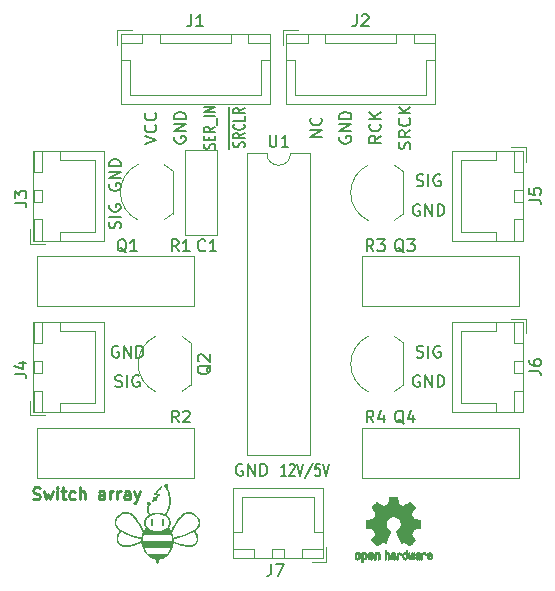
<source format=gbr>
G04 #@! TF.GenerationSoftware,KiCad,Pcbnew,(5.1.4)-1*
G04 #@! TF.CreationDate,2020-08-13T18:30:19+03:00*
G04 #@! TF.ProjectId,4_switch_array,345f7377-6974-4636-985f-61727261792e,rev?*
G04 #@! TF.SameCoordinates,Original*
G04 #@! TF.FileFunction,Legend,Top*
G04 #@! TF.FilePolarity,Positive*
%FSLAX46Y46*%
G04 Gerber Fmt 4.6, Leading zero omitted, Abs format (unit mm)*
G04 Created by KiCad (PCBNEW (5.1.4)-1) date 2020-08-13 18:30:19*
%MOMM*%
%LPD*%
G04 APERTURE LIST*
%ADD10C,0.250000*%
%ADD11C,0.150000*%
%ADD12C,0.010000*%
%ADD13C,0.120000*%
G04 APERTURE END LIST*
D10*
X126000000Y-74904761D02*
X126142857Y-74952380D01*
X126380952Y-74952380D01*
X126476190Y-74904761D01*
X126523809Y-74857142D01*
X126571428Y-74761904D01*
X126571428Y-74666666D01*
X126523809Y-74571428D01*
X126476190Y-74523809D01*
X126380952Y-74476190D01*
X126190476Y-74428571D01*
X126095238Y-74380952D01*
X126047619Y-74333333D01*
X126000000Y-74238095D01*
X126000000Y-74142857D01*
X126047619Y-74047619D01*
X126095238Y-74000000D01*
X126190476Y-73952380D01*
X126428571Y-73952380D01*
X126571428Y-74000000D01*
X126904761Y-74285714D02*
X127095238Y-74952380D01*
X127285714Y-74476190D01*
X127476190Y-74952380D01*
X127666666Y-74285714D01*
X128047619Y-74952380D02*
X128047619Y-74285714D01*
X128047619Y-73952380D02*
X128000000Y-74000000D01*
X128047619Y-74047619D01*
X128095238Y-74000000D01*
X128047619Y-73952380D01*
X128047619Y-74047619D01*
X128380952Y-74285714D02*
X128761904Y-74285714D01*
X128523809Y-73952380D02*
X128523809Y-74809523D01*
X128571428Y-74904761D01*
X128666666Y-74952380D01*
X128761904Y-74952380D01*
X129523809Y-74904761D02*
X129428571Y-74952380D01*
X129238095Y-74952380D01*
X129142857Y-74904761D01*
X129095238Y-74857142D01*
X129047619Y-74761904D01*
X129047619Y-74476190D01*
X129095238Y-74380952D01*
X129142857Y-74333333D01*
X129238095Y-74285714D01*
X129428571Y-74285714D01*
X129523809Y-74333333D01*
X129952380Y-74952380D02*
X129952380Y-73952380D01*
X130380952Y-74952380D02*
X130380952Y-74428571D01*
X130333333Y-74333333D01*
X130238095Y-74285714D01*
X130095238Y-74285714D01*
X130000000Y-74333333D01*
X129952380Y-74380952D01*
X132047619Y-74952380D02*
X132047619Y-74428571D01*
X132000000Y-74333333D01*
X131904761Y-74285714D01*
X131714285Y-74285714D01*
X131619047Y-74333333D01*
X132047619Y-74904761D02*
X131952380Y-74952380D01*
X131714285Y-74952380D01*
X131619047Y-74904761D01*
X131571428Y-74809523D01*
X131571428Y-74714285D01*
X131619047Y-74619047D01*
X131714285Y-74571428D01*
X131952380Y-74571428D01*
X132047619Y-74523809D01*
X132523809Y-74952380D02*
X132523809Y-74285714D01*
X132523809Y-74476190D02*
X132571428Y-74380952D01*
X132619047Y-74333333D01*
X132714285Y-74285714D01*
X132809523Y-74285714D01*
X133142857Y-74952380D02*
X133142857Y-74285714D01*
X133142857Y-74476190D02*
X133190476Y-74380952D01*
X133238095Y-74333333D01*
X133333333Y-74285714D01*
X133428571Y-74285714D01*
X134190476Y-74952380D02*
X134190476Y-74428571D01*
X134142857Y-74333333D01*
X134047619Y-74285714D01*
X133857142Y-74285714D01*
X133761904Y-74333333D01*
X134190476Y-74904761D02*
X134095238Y-74952380D01*
X133857142Y-74952380D01*
X133761904Y-74904761D01*
X133714285Y-74809523D01*
X133714285Y-74714285D01*
X133761904Y-74619047D01*
X133857142Y-74571428D01*
X134095238Y-74571428D01*
X134190476Y-74523809D01*
X134571428Y-74285714D02*
X134809523Y-74952380D01*
X135047619Y-74285714D02*
X134809523Y-74952380D01*
X134714285Y-75190476D01*
X134666666Y-75238095D01*
X134571428Y-75285714D01*
D11*
X142585000Y-45285714D02*
X142585000Y-44571428D01*
X143904761Y-45142857D02*
X143952380Y-45035714D01*
X143952380Y-44857142D01*
X143904761Y-44785714D01*
X143857142Y-44750000D01*
X143761904Y-44714285D01*
X143666666Y-44714285D01*
X143571428Y-44750000D01*
X143523809Y-44785714D01*
X143476190Y-44857142D01*
X143428571Y-45000000D01*
X143380952Y-45071428D01*
X143333333Y-45107142D01*
X143238095Y-45142857D01*
X143142857Y-45142857D01*
X143047619Y-45107142D01*
X143000000Y-45071428D01*
X142952380Y-45000000D01*
X142952380Y-44821428D01*
X143000000Y-44714285D01*
X142585000Y-44571428D02*
X142585000Y-43821428D01*
X143952380Y-43964285D02*
X143476190Y-44214285D01*
X143952380Y-44392857D02*
X142952380Y-44392857D01*
X142952380Y-44107142D01*
X143000000Y-44035714D01*
X143047619Y-44000000D01*
X143142857Y-43964285D01*
X143285714Y-43964285D01*
X143380952Y-44000000D01*
X143428571Y-44035714D01*
X143476190Y-44107142D01*
X143476190Y-44392857D01*
X142585000Y-43821428D02*
X142585000Y-43071428D01*
X143857142Y-43214285D02*
X143904761Y-43250000D01*
X143952380Y-43357142D01*
X143952380Y-43428571D01*
X143904761Y-43535714D01*
X143809523Y-43607142D01*
X143714285Y-43642857D01*
X143523809Y-43678571D01*
X143380952Y-43678571D01*
X143190476Y-43642857D01*
X143095238Y-43607142D01*
X143000000Y-43535714D01*
X142952380Y-43428571D01*
X142952380Y-43357142D01*
X143000000Y-43250000D01*
X143047619Y-43214285D01*
X142585000Y-43071428D02*
X142585000Y-42464285D01*
X143952380Y-42535714D02*
X143952380Y-42892857D01*
X142952380Y-42892857D01*
X142585000Y-42464285D02*
X142585000Y-41714285D01*
X143952380Y-41857142D02*
X143476190Y-42107142D01*
X143952380Y-42285714D02*
X142952380Y-42285714D01*
X142952380Y-42000000D01*
X143000000Y-41928571D01*
X143047619Y-41892857D01*
X143142857Y-41857142D01*
X143285714Y-41857142D01*
X143380952Y-41892857D01*
X143428571Y-41928571D01*
X143476190Y-42000000D01*
X143476190Y-42285714D01*
X158738095Y-64500000D02*
X158642857Y-64452380D01*
X158500000Y-64452380D01*
X158357142Y-64500000D01*
X158261904Y-64595238D01*
X158214285Y-64690476D01*
X158166666Y-64880952D01*
X158166666Y-65023809D01*
X158214285Y-65214285D01*
X158261904Y-65309523D01*
X158357142Y-65404761D01*
X158500000Y-65452380D01*
X158595238Y-65452380D01*
X158738095Y-65404761D01*
X158785714Y-65357142D01*
X158785714Y-65023809D01*
X158595238Y-65023809D01*
X159214285Y-65452380D02*
X159214285Y-64452380D01*
X159785714Y-65452380D01*
X159785714Y-64452380D01*
X160261904Y-65452380D02*
X160261904Y-64452380D01*
X160500000Y-64452380D01*
X160642857Y-64500000D01*
X160738095Y-64595238D01*
X160785714Y-64690476D01*
X160833333Y-64880952D01*
X160833333Y-65023809D01*
X160785714Y-65214285D01*
X160738095Y-65309523D01*
X160642857Y-65404761D01*
X160500000Y-65452380D01*
X160261904Y-65452380D01*
X158476190Y-62904761D02*
X158619047Y-62952380D01*
X158857142Y-62952380D01*
X158952380Y-62904761D01*
X159000000Y-62857142D01*
X159047619Y-62761904D01*
X159047619Y-62666666D01*
X159000000Y-62571428D01*
X158952380Y-62523809D01*
X158857142Y-62476190D01*
X158666666Y-62428571D01*
X158571428Y-62380952D01*
X158523809Y-62333333D01*
X158476190Y-62238095D01*
X158476190Y-62142857D01*
X158523809Y-62047619D01*
X158571428Y-62000000D01*
X158666666Y-61952380D01*
X158904761Y-61952380D01*
X159047619Y-62000000D01*
X159476190Y-62952380D02*
X159476190Y-61952380D01*
X160476190Y-62000000D02*
X160380952Y-61952380D01*
X160238095Y-61952380D01*
X160095238Y-62000000D01*
X160000000Y-62095238D01*
X159952380Y-62190476D01*
X159904761Y-62380952D01*
X159904761Y-62523809D01*
X159952380Y-62714285D01*
X160000000Y-62809523D01*
X160095238Y-62904761D01*
X160238095Y-62952380D01*
X160333333Y-62952380D01*
X160476190Y-62904761D01*
X160523809Y-62857142D01*
X160523809Y-62523809D01*
X160333333Y-62523809D01*
X158476190Y-48404761D02*
X158619047Y-48452380D01*
X158857142Y-48452380D01*
X158952380Y-48404761D01*
X159000000Y-48357142D01*
X159047619Y-48261904D01*
X159047619Y-48166666D01*
X159000000Y-48071428D01*
X158952380Y-48023809D01*
X158857142Y-47976190D01*
X158666666Y-47928571D01*
X158571428Y-47880952D01*
X158523809Y-47833333D01*
X158476190Y-47738095D01*
X158476190Y-47642857D01*
X158523809Y-47547619D01*
X158571428Y-47500000D01*
X158666666Y-47452380D01*
X158904761Y-47452380D01*
X159047619Y-47500000D01*
X159476190Y-48452380D02*
X159476190Y-47452380D01*
X160476190Y-47500000D02*
X160380952Y-47452380D01*
X160238095Y-47452380D01*
X160095238Y-47500000D01*
X160000000Y-47595238D01*
X159952380Y-47690476D01*
X159904761Y-47880952D01*
X159904761Y-48023809D01*
X159952380Y-48214285D01*
X160000000Y-48309523D01*
X160095238Y-48404761D01*
X160238095Y-48452380D01*
X160333333Y-48452380D01*
X160476190Y-48404761D01*
X160523809Y-48357142D01*
X160523809Y-48023809D01*
X160333333Y-48023809D01*
X158738095Y-50000000D02*
X158642857Y-49952380D01*
X158500000Y-49952380D01*
X158357142Y-50000000D01*
X158261904Y-50095238D01*
X158214285Y-50190476D01*
X158166666Y-50380952D01*
X158166666Y-50523809D01*
X158214285Y-50714285D01*
X158261904Y-50809523D01*
X158357142Y-50904761D01*
X158500000Y-50952380D01*
X158595238Y-50952380D01*
X158738095Y-50904761D01*
X158785714Y-50857142D01*
X158785714Y-50523809D01*
X158595238Y-50523809D01*
X159214285Y-50952380D02*
X159214285Y-49952380D01*
X159785714Y-50952380D01*
X159785714Y-49952380D01*
X160261904Y-50952380D02*
X160261904Y-49952380D01*
X160500000Y-49952380D01*
X160642857Y-50000000D01*
X160738095Y-50095238D01*
X160785714Y-50190476D01*
X160833333Y-50380952D01*
X160833333Y-50523809D01*
X160785714Y-50714285D01*
X160738095Y-50809523D01*
X160642857Y-50904761D01*
X160500000Y-50952380D01*
X160261904Y-50952380D01*
X132976190Y-65404761D02*
X133119047Y-65452380D01*
X133357142Y-65452380D01*
X133452380Y-65404761D01*
X133500000Y-65357142D01*
X133547619Y-65261904D01*
X133547619Y-65166666D01*
X133500000Y-65071428D01*
X133452380Y-65023809D01*
X133357142Y-64976190D01*
X133166666Y-64928571D01*
X133071428Y-64880952D01*
X133023809Y-64833333D01*
X132976190Y-64738095D01*
X132976190Y-64642857D01*
X133023809Y-64547619D01*
X133071428Y-64500000D01*
X133166666Y-64452380D01*
X133404761Y-64452380D01*
X133547619Y-64500000D01*
X133976190Y-65452380D02*
X133976190Y-64452380D01*
X134976190Y-64500000D02*
X134880952Y-64452380D01*
X134738095Y-64452380D01*
X134595238Y-64500000D01*
X134500000Y-64595238D01*
X134452380Y-64690476D01*
X134404761Y-64880952D01*
X134404761Y-65023809D01*
X134452380Y-65214285D01*
X134500000Y-65309523D01*
X134595238Y-65404761D01*
X134738095Y-65452380D01*
X134833333Y-65452380D01*
X134976190Y-65404761D01*
X135023809Y-65357142D01*
X135023809Y-65023809D01*
X134833333Y-65023809D01*
X133238095Y-62000000D02*
X133142857Y-61952380D01*
X133000000Y-61952380D01*
X132857142Y-62000000D01*
X132761904Y-62095238D01*
X132714285Y-62190476D01*
X132666666Y-62380952D01*
X132666666Y-62523809D01*
X132714285Y-62714285D01*
X132761904Y-62809523D01*
X132857142Y-62904761D01*
X133000000Y-62952380D01*
X133095238Y-62952380D01*
X133238095Y-62904761D01*
X133285714Y-62857142D01*
X133285714Y-62523809D01*
X133095238Y-62523809D01*
X133714285Y-62952380D02*
X133714285Y-61952380D01*
X134285714Y-62952380D01*
X134285714Y-61952380D01*
X134761904Y-62952380D02*
X134761904Y-61952380D01*
X135000000Y-61952380D01*
X135142857Y-62000000D01*
X135238095Y-62095238D01*
X135285714Y-62190476D01*
X135333333Y-62380952D01*
X135333333Y-62523809D01*
X135285714Y-62714285D01*
X135238095Y-62809523D01*
X135142857Y-62904761D01*
X135000000Y-62952380D01*
X134761904Y-62952380D01*
X132500000Y-48261904D02*
X132452380Y-48357142D01*
X132452380Y-48500000D01*
X132500000Y-48642857D01*
X132595238Y-48738095D01*
X132690476Y-48785714D01*
X132880952Y-48833333D01*
X133023809Y-48833333D01*
X133214285Y-48785714D01*
X133309523Y-48738095D01*
X133404761Y-48642857D01*
X133452380Y-48500000D01*
X133452380Y-48404761D01*
X133404761Y-48261904D01*
X133357142Y-48214285D01*
X133023809Y-48214285D01*
X133023809Y-48404761D01*
X133452380Y-47785714D02*
X132452380Y-47785714D01*
X133452380Y-47214285D01*
X132452380Y-47214285D01*
X133452380Y-46738095D02*
X132452380Y-46738095D01*
X132452380Y-46500000D01*
X132500000Y-46357142D01*
X132595238Y-46261904D01*
X132690476Y-46214285D01*
X132880952Y-46166666D01*
X133023809Y-46166666D01*
X133214285Y-46214285D01*
X133309523Y-46261904D01*
X133404761Y-46357142D01*
X133452380Y-46500000D01*
X133452380Y-46738095D01*
X133404761Y-52023809D02*
X133452380Y-51880952D01*
X133452380Y-51642857D01*
X133404761Y-51547619D01*
X133357142Y-51500000D01*
X133261904Y-51452380D01*
X133166666Y-51452380D01*
X133071428Y-51500000D01*
X133023809Y-51547619D01*
X132976190Y-51642857D01*
X132928571Y-51833333D01*
X132880952Y-51928571D01*
X132833333Y-51976190D01*
X132738095Y-52023809D01*
X132642857Y-52023809D01*
X132547619Y-51976190D01*
X132500000Y-51928571D01*
X132452380Y-51833333D01*
X132452380Y-51595238D01*
X132500000Y-51452380D01*
X133452380Y-51023809D02*
X132452380Y-51023809D01*
X132500000Y-50023809D02*
X132452380Y-50119047D01*
X132452380Y-50261904D01*
X132500000Y-50404761D01*
X132595238Y-50500000D01*
X132690476Y-50547619D01*
X132880952Y-50595238D01*
X133023809Y-50595238D01*
X133214285Y-50547619D01*
X133309523Y-50500000D01*
X133404761Y-50404761D01*
X133452380Y-50261904D01*
X133452380Y-50166666D01*
X133404761Y-50023809D01*
X133357142Y-49976190D01*
X133023809Y-49976190D01*
X133023809Y-50166666D01*
X147464285Y-72952380D02*
X147035714Y-72952380D01*
X147250000Y-72952380D02*
X147250000Y-71952380D01*
X147178571Y-72095238D01*
X147107142Y-72190476D01*
X147035714Y-72238095D01*
X147750000Y-72047619D02*
X147785714Y-72000000D01*
X147857142Y-71952380D01*
X148035714Y-71952380D01*
X148107142Y-72000000D01*
X148142857Y-72047619D01*
X148178571Y-72142857D01*
X148178571Y-72238095D01*
X148142857Y-72380952D01*
X147714285Y-72952380D01*
X148178571Y-72952380D01*
X148392857Y-71952380D02*
X148642857Y-72952380D01*
X148892857Y-71952380D01*
X149678571Y-71904761D02*
X149035714Y-73190476D01*
X150285714Y-71952380D02*
X149928571Y-71952380D01*
X149892857Y-72428571D01*
X149928571Y-72380952D01*
X150000000Y-72333333D01*
X150178571Y-72333333D01*
X150250000Y-72380952D01*
X150285714Y-72428571D01*
X150321428Y-72523809D01*
X150321428Y-72761904D01*
X150285714Y-72857142D01*
X150250000Y-72904761D01*
X150178571Y-72952380D01*
X150000000Y-72952380D01*
X149928571Y-72904761D01*
X149892857Y-72857142D01*
X150535714Y-71952380D02*
X150785714Y-72952380D01*
X151035714Y-71952380D01*
X143738095Y-72000000D02*
X143642857Y-71952380D01*
X143500000Y-71952380D01*
X143357142Y-72000000D01*
X143261904Y-72095238D01*
X143214285Y-72190476D01*
X143166666Y-72380952D01*
X143166666Y-72523809D01*
X143214285Y-72714285D01*
X143261904Y-72809523D01*
X143357142Y-72904761D01*
X143500000Y-72952380D01*
X143595238Y-72952380D01*
X143738095Y-72904761D01*
X143785714Y-72857142D01*
X143785714Y-72523809D01*
X143595238Y-72523809D01*
X144214285Y-72952380D02*
X144214285Y-71952380D01*
X144785714Y-72952380D01*
X144785714Y-71952380D01*
X145261904Y-72952380D02*
X145261904Y-71952380D01*
X145500000Y-71952380D01*
X145642857Y-72000000D01*
X145738095Y-72095238D01*
X145785714Y-72190476D01*
X145833333Y-72380952D01*
X145833333Y-72523809D01*
X145785714Y-72714285D01*
X145738095Y-72809523D01*
X145642857Y-72904761D01*
X145500000Y-72952380D01*
X145261904Y-72952380D01*
X152000000Y-44261904D02*
X151952380Y-44357142D01*
X151952380Y-44500000D01*
X152000000Y-44642857D01*
X152095238Y-44738095D01*
X152190476Y-44785714D01*
X152380952Y-44833333D01*
X152523809Y-44833333D01*
X152714285Y-44785714D01*
X152809523Y-44738095D01*
X152904761Y-44642857D01*
X152952380Y-44500000D01*
X152952380Y-44404761D01*
X152904761Y-44261904D01*
X152857142Y-44214285D01*
X152523809Y-44214285D01*
X152523809Y-44404761D01*
X152952380Y-43785714D02*
X151952380Y-43785714D01*
X152952380Y-43214285D01*
X151952380Y-43214285D01*
X152952380Y-42738095D02*
X151952380Y-42738095D01*
X151952380Y-42500000D01*
X152000000Y-42357142D01*
X152095238Y-42261904D01*
X152190476Y-42214285D01*
X152380952Y-42166666D01*
X152523809Y-42166666D01*
X152714285Y-42214285D01*
X152809523Y-42261904D01*
X152904761Y-42357142D01*
X152952380Y-42500000D01*
X152952380Y-42738095D01*
X150452380Y-44285714D02*
X149452380Y-44285714D01*
X150452380Y-43714285D01*
X149452380Y-43714285D01*
X150357142Y-42666666D02*
X150404761Y-42714285D01*
X150452380Y-42857142D01*
X150452380Y-42952380D01*
X150404761Y-43095238D01*
X150309523Y-43190476D01*
X150214285Y-43238095D01*
X150023809Y-43285714D01*
X149880952Y-43285714D01*
X149690476Y-43238095D01*
X149595238Y-43190476D01*
X149500000Y-43095238D01*
X149452380Y-42952380D01*
X149452380Y-42857142D01*
X149500000Y-42714285D01*
X149547619Y-42666666D01*
X157904761Y-45285714D02*
X157952380Y-45142857D01*
X157952380Y-44904761D01*
X157904761Y-44809523D01*
X157857142Y-44761904D01*
X157761904Y-44714285D01*
X157666666Y-44714285D01*
X157571428Y-44761904D01*
X157523809Y-44809523D01*
X157476190Y-44904761D01*
X157428571Y-45095238D01*
X157380952Y-45190476D01*
X157333333Y-45238095D01*
X157238095Y-45285714D01*
X157142857Y-45285714D01*
X157047619Y-45238095D01*
X157000000Y-45190476D01*
X156952380Y-45095238D01*
X156952380Y-44857142D01*
X157000000Y-44714285D01*
X157952380Y-43714285D02*
X157476190Y-44047619D01*
X157952380Y-44285714D02*
X156952380Y-44285714D01*
X156952380Y-43904761D01*
X157000000Y-43809523D01*
X157047619Y-43761904D01*
X157142857Y-43714285D01*
X157285714Y-43714285D01*
X157380952Y-43761904D01*
X157428571Y-43809523D01*
X157476190Y-43904761D01*
X157476190Y-44285714D01*
X157857142Y-42714285D02*
X157904761Y-42761904D01*
X157952380Y-42904761D01*
X157952380Y-43000000D01*
X157904761Y-43142857D01*
X157809523Y-43238095D01*
X157714285Y-43285714D01*
X157523809Y-43333333D01*
X157380952Y-43333333D01*
X157190476Y-43285714D01*
X157095238Y-43238095D01*
X157000000Y-43142857D01*
X156952380Y-43000000D01*
X156952380Y-42904761D01*
X157000000Y-42761904D01*
X157047619Y-42714285D01*
X157952380Y-42285714D02*
X156952380Y-42285714D01*
X157952380Y-41714285D02*
X157380952Y-42142857D01*
X156952380Y-41714285D02*
X157523809Y-42285714D01*
X138000000Y-44261904D02*
X137952380Y-44357142D01*
X137952380Y-44500000D01*
X138000000Y-44642857D01*
X138095238Y-44738095D01*
X138190476Y-44785714D01*
X138380952Y-44833333D01*
X138523809Y-44833333D01*
X138714285Y-44785714D01*
X138809523Y-44738095D01*
X138904761Y-44642857D01*
X138952380Y-44500000D01*
X138952380Y-44404761D01*
X138904761Y-44261904D01*
X138857142Y-44214285D01*
X138523809Y-44214285D01*
X138523809Y-44404761D01*
X138952380Y-43785714D02*
X137952380Y-43785714D01*
X138952380Y-43214285D01*
X137952380Y-43214285D01*
X138952380Y-42738095D02*
X137952380Y-42738095D01*
X137952380Y-42500000D01*
X138000000Y-42357142D01*
X138095238Y-42261904D01*
X138190476Y-42214285D01*
X138380952Y-42166666D01*
X138523809Y-42166666D01*
X138714285Y-42214285D01*
X138809523Y-42261904D01*
X138904761Y-42357142D01*
X138952380Y-42500000D01*
X138952380Y-42738095D01*
X135452380Y-44833333D02*
X136452380Y-44500000D01*
X135452380Y-44166666D01*
X136357142Y-43261904D02*
X136404761Y-43309523D01*
X136452380Y-43452380D01*
X136452380Y-43547619D01*
X136404761Y-43690476D01*
X136309523Y-43785714D01*
X136214285Y-43833333D01*
X136023809Y-43880952D01*
X135880952Y-43880952D01*
X135690476Y-43833333D01*
X135595238Y-43785714D01*
X135500000Y-43690476D01*
X135452380Y-43547619D01*
X135452380Y-43452380D01*
X135500000Y-43309523D01*
X135547619Y-43261904D01*
X136357142Y-42261904D02*
X136404761Y-42309523D01*
X136452380Y-42452380D01*
X136452380Y-42547619D01*
X136404761Y-42690476D01*
X136309523Y-42785714D01*
X136214285Y-42833333D01*
X136023809Y-42880952D01*
X135880952Y-42880952D01*
X135690476Y-42833333D01*
X135595238Y-42785714D01*
X135500000Y-42690476D01*
X135452380Y-42547619D01*
X135452380Y-42452380D01*
X135500000Y-42309523D01*
X135547619Y-42261904D01*
X141404761Y-45285714D02*
X141452380Y-45178571D01*
X141452380Y-45000000D01*
X141404761Y-44928571D01*
X141357142Y-44892857D01*
X141261904Y-44857142D01*
X141166666Y-44857142D01*
X141071428Y-44892857D01*
X141023809Y-44928571D01*
X140976190Y-45000000D01*
X140928571Y-45142857D01*
X140880952Y-45214285D01*
X140833333Y-45250000D01*
X140738095Y-45285714D01*
X140642857Y-45285714D01*
X140547619Y-45250000D01*
X140500000Y-45214285D01*
X140452380Y-45142857D01*
X140452380Y-44964285D01*
X140500000Y-44857142D01*
X140928571Y-44535714D02*
X140928571Y-44285714D01*
X141452380Y-44178571D02*
X141452380Y-44535714D01*
X140452380Y-44535714D01*
X140452380Y-44178571D01*
X141452380Y-43428571D02*
X140976190Y-43678571D01*
X141452380Y-43857142D02*
X140452380Y-43857142D01*
X140452380Y-43571428D01*
X140500000Y-43500000D01*
X140547619Y-43464285D01*
X140642857Y-43428571D01*
X140785714Y-43428571D01*
X140880952Y-43464285D01*
X140928571Y-43500000D01*
X140976190Y-43571428D01*
X140976190Y-43857142D01*
X141547619Y-43285714D02*
X141547619Y-42714285D01*
X141452380Y-42535714D02*
X140452380Y-42535714D01*
X141452380Y-42178571D02*
X140452380Y-42178571D01*
X141452380Y-41750000D01*
X140452380Y-41750000D01*
X155452380Y-44190476D02*
X154976190Y-44523809D01*
X155452380Y-44761904D02*
X154452380Y-44761904D01*
X154452380Y-44380952D01*
X154500000Y-44285714D01*
X154547619Y-44238095D01*
X154642857Y-44190476D01*
X154785714Y-44190476D01*
X154880952Y-44238095D01*
X154928571Y-44285714D01*
X154976190Y-44380952D01*
X154976190Y-44761904D01*
X155357142Y-43190476D02*
X155404761Y-43238095D01*
X155452380Y-43380952D01*
X155452380Y-43476190D01*
X155404761Y-43619047D01*
X155309523Y-43714285D01*
X155214285Y-43761904D01*
X155023809Y-43809523D01*
X154880952Y-43809523D01*
X154690476Y-43761904D01*
X154595238Y-43714285D01*
X154500000Y-43619047D01*
X154452380Y-43476190D01*
X154452380Y-43380952D01*
X154500000Y-43238095D01*
X154547619Y-43190476D01*
X155452380Y-42761904D02*
X154452380Y-42761904D01*
X155452380Y-42190476D02*
X154880952Y-42619047D01*
X154452380Y-42190476D02*
X155023809Y-42761904D01*
D12*
G36*
X137281124Y-73661728D02*
G01*
X137320066Y-73687377D01*
X137350866Y-73722650D01*
X137362381Y-73746443D01*
X137369381Y-73796169D01*
X137360040Y-73844164D01*
X137336291Y-73882547D01*
X137326963Y-73890772D01*
X137300557Y-73910690D01*
X137360848Y-74038141D01*
X137442059Y-74234093D01*
X137503933Y-74438313D01*
X137546800Y-74652394D01*
X137570993Y-74877926D01*
X137577124Y-75077682D01*
X137573712Y-75224672D01*
X137563437Y-75354827D01*
X137545563Y-75473574D01*
X137519354Y-75586342D01*
X137498815Y-75654955D01*
X137468368Y-75736987D01*
X137426952Y-75830997D01*
X137377686Y-75930665D01*
X137323684Y-76029672D01*
X137270857Y-76117323D01*
X137241321Y-76163729D01*
X137216056Y-76203479D01*
X137197810Y-76232246D01*
X137189434Y-76245534D01*
X137194321Y-76257729D01*
X137214538Y-76277895D01*
X137245386Y-76301472D01*
X137310309Y-76352845D01*
X137376016Y-76416479D01*
X137437047Y-76486221D01*
X137487937Y-76555915D01*
X137518545Y-76609279D01*
X137553095Y-76689128D01*
X137574433Y-76761905D01*
X137584874Y-76837629D01*
X137586945Y-76905066D01*
X137576086Y-77020467D01*
X137545188Y-77132328D01*
X137495987Y-77235343D01*
X137462750Y-77284984D01*
X137435175Y-77321741D01*
X137496225Y-77402894D01*
X137532255Y-77454242D01*
X137570613Y-77514339D01*
X137603634Y-77571117D01*
X137606810Y-77577014D01*
X137656345Y-77669982D01*
X137769255Y-77441786D01*
X137879742Y-77226784D01*
X137988243Y-77032834D01*
X138095982Y-76858121D01*
X138204185Y-76700830D01*
X138314075Y-76559147D01*
X138426878Y-76431257D01*
X138504467Y-76352605D01*
X138628950Y-76241502D01*
X138750200Y-76152962D01*
X138869160Y-76086836D01*
X138986770Y-76042977D01*
X139103972Y-76021236D01*
X139221707Y-76021466D01*
X139340917Y-76043519D01*
X139462542Y-76087246D01*
X139587524Y-76152499D01*
X139625835Y-76176265D01*
X139738046Y-76258565D01*
X139836093Y-76351205D01*
X139919199Y-76452068D01*
X139986591Y-76559035D01*
X140037492Y-76669990D01*
X140071127Y-76782815D01*
X140086721Y-76895393D01*
X140083499Y-77005605D01*
X140060685Y-77111335D01*
X140017504Y-77210464D01*
X140009522Y-77224138D01*
X139967783Y-77282863D01*
X139910567Y-77348425D01*
X139842435Y-77416194D01*
X139767951Y-77481537D01*
X139715409Y-77522663D01*
X139676019Y-77551978D01*
X139644162Y-77575822D01*
X139623999Y-77591072D01*
X139619139Y-77594895D01*
X139625036Y-77603996D01*
X139644107Y-77625315D01*
X139672877Y-77655066D01*
X139689509Y-77671619D01*
X139757910Y-77753170D01*
X139816458Y-77851565D01*
X139863304Y-77961991D01*
X139896598Y-78079634D01*
X139914493Y-78199678D01*
X139917102Y-78264228D01*
X139908130Y-78381577D01*
X139882350Y-78492330D01*
X139841250Y-78593721D01*
X139786317Y-78682986D01*
X139719038Y-78757360D01*
X139640903Y-78814077D01*
X139613719Y-78828107D01*
X139509087Y-78865839D01*
X139386866Y-78889603D01*
X139247784Y-78899491D01*
X139092566Y-78895596D01*
X138921940Y-78878011D01*
X138736633Y-78846829D01*
X138537372Y-78802142D01*
X138324883Y-78744044D01*
X138099893Y-78672626D01*
X137930663Y-78613046D01*
X137820008Y-78572564D01*
X137795866Y-78718578D01*
X137753030Y-78913354D01*
X137690764Y-79095947D01*
X137608640Y-79267293D01*
X137506231Y-79428329D01*
X137423258Y-79534228D01*
X137314822Y-79647279D01*
X137193857Y-79746765D01*
X137063822Y-79830581D01*
X136928175Y-79896622D01*
X136790374Y-79942784D01*
X136729531Y-79956334D01*
X136689546Y-79963931D01*
X136658226Y-79970106D01*
X136643514Y-79973255D01*
X136635688Y-79984969D01*
X136623584Y-80014497D01*
X136608873Y-80057339D01*
X136593667Y-80107452D01*
X136576809Y-80166365D01*
X136560376Y-80223781D01*
X136546500Y-80272257D01*
X136538811Y-80299114D01*
X136525628Y-80336932D01*
X136512258Y-80355729D01*
X136500000Y-80359728D01*
X136484712Y-80353083D01*
X136471596Y-80330514D01*
X136461189Y-80299114D01*
X136450794Y-80262807D01*
X136436178Y-80211743D01*
X136419471Y-80153364D01*
X136406333Y-80107452D01*
X136390689Y-80055982D01*
X136376029Y-80013455D01*
X136364023Y-79984371D01*
X136356485Y-79973255D01*
X136339344Y-79969615D01*
X136306870Y-79963240D01*
X136270469Y-79956334D01*
X136132814Y-79919651D01*
X135995781Y-79862154D01*
X135862825Y-79785947D01*
X135737404Y-79693133D01*
X135622974Y-79585815D01*
X135576731Y-79534228D01*
X135460970Y-79380330D01*
X135364743Y-79214564D01*
X135287917Y-79036622D01*
X135280414Y-79011796D01*
X135334015Y-79011796D01*
X135339372Y-79030696D01*
X135353819Y-79065300D01*
X135375126Y-79111187D01*
X135401067Y-79163934D01*
X135429412Y-79219118D01*
X135457934Y-79272316D01*
X135484405Y-79319106D01*
X135506597Y-79355066D01*
X135508015Y-79357185D01*
X135541421Y-79404438D01*
X135579128Y-79454363D01*
X135608646Y-79490932D01*
X135659987Y-79551546D01*
X137341033Y-79551546D01*
X137392441Y-79490932D01*
X137438430Y-79432196D01*
X137486502Y-79362985D01*
X137533888Y-79288071D01*
X137577819Y-79212231D01*
X137615523Y-79140238D01*
X137644233Y-79076867D01*
X137660841Y-79028255D01*
X137668594Y-78997364D01*
X136501251Y-78997364D01*
X136304356Y-78997416D01*
X136129430Y-78997583D01*
X135975352Y-78997878D01*
X135841000Y-78998316D01*
X135725254Y-78998909D01*
X135626991Y-78999671D01*
X135545090Y-79000618D01*
X135478430Y-79001762D01*
X135425889Y-79003117D01*
X135386347Y-79004698D01*
X135358681Y-79006517D01*
X135341771Y-79008590D01*
X135334494Y-79010930D01*
X135334015Y-79011796D01*
X135280414Y-79011796D01*
X135230360Y-78846195D01*
X135191941Y-78642973D01*
X135189637Y-78625739D01*
X135182618Y-78571614D01*
X135070650Y-78612882D01*
X134870135Y-78683029D01*
X134674241Y-78744185D01*
X134485000Y-78795944D01*
X134304445Y-78837898D01*
X134134607Y-78869639D01*
X133977521Y-78890760D01*
X133835217Y-78900853D01*
X133709729Y-78899511D01*
X133661686Y-78895344D01*
X133537910Y-78875638D01*
X133433391Y-78846125D01*
X133345897Y-78805450D01*
X133273197Y-78752259D01*
X133213059Y-78685198D01*
X133163253Y-78602914D01*
X133156254Y-78588582D01*
X133114305Y-78481123D01*
X133091058Y-78372110D01*
X133088525Y-78320836D01*
X133142626Y-78320836D01*
X133150949Y-78403928D01*
X133169686Y-78480954D01*
X133200217Y-78559775D01*
X133203636Y-78567326D01*
X133243730Y-78634464D01*
X133298466Y-78697768D01*
X133361279Y-78750591D01*
X133415738Y-78782114D01*
X133506610Y-78813382D01*
X133615022Y-78834294D01*
X133737756Y-78844603D01*
X133871592Y-78844064D01*
X134013309Y-78832430D01*
X134036022Y-78829585D01*
X134247840Y-78794568D01*
X134473675Y-78743379D01*
X134711572Y-78676523D01*
X134959575Y-78594501D01*
X134989038Y-78583982D01*
X135174809Y-78517150D01*
X135179079Y-78390773D01*
X135230000Y-78390773D01*
X135230000Y-78454728D01*
X137773528Y-78454728D01*
X137766408Y-78330287D01*
X137760547Y-78263060D01*
X137816252Y-78263060D01*
X137821954Y-78512174D01*
X137868136Y-78530811D01*
X137939484Y-78558222D01*
X138026724Y-78589564D01*
X138123473Y-78622685D01*
X138223350Y-78655429D01*
X138319972Y-78685644D01*
X138378735Y-78703118D01*
X138593291Y-78760255D01*
X138792609Y-78802908D01*
X138976182Y-78831017D01*
X139143500Y-78844517D01*
X139294056Y-78843349D01*
X139416290Y-78829447D01*
X139512927Y-78807479D01*
X139591872Y-78777436D01*
X139657765Y-78737114D01*
X139709942Y-78690006D01*
X139774118Y-78607281D01*
X139819819Y-78513726D01*
X139847495Y-78407928D01*
X139857597Y-78288470D01*
X139856526Y-78229811D01*
X139840665Y-78088035D01*
X139806955Y-77960390D01*
X139755506Y-77847166D01*
X139686427Y-77748656D01*
X139670098Y-77730306D01*
X139627268Y-77685713D01*
X139594795Y-77657447D01*
X139568600Y-77643813D01*
X139544605Y-77643112D01*
X139518734Y-77653650D01*
X139505226Y-77661713D01*
X139458944Y-77688662D01*
X139395930Y-77722084D01*
X139320825Y-77759719D01*
X139238272Y-77799303D01*
X139152912Y-77838574D01*
X139069387Y-77875271D01*
X139050619Y-77883239D01*
X138957139Y-77920633D01*
X138846529Y-77961571D01*
X138723166Y-78004679D01*
X138591430Y-78048584D01*
X138455698Y-78091912D01*
X138320349Y-78133289D01*
X138189763Y-78171341D01*
X138068317Y-78204694D01*
X137960390Y-78231975D01*
X137885859Y-78248683D01*
X137816252Y-78263060D01*
X137760547Y-78263060D01*
X137759747Y-78253895D01*
X137748535Y-78167625D01*
X137734147Y-78079964D01*
X137717961Y-77999400D01*
X137703276Y-77940955D01*
X137693293Y-77906319D01*
X135305696Y-77906319D01*
X135279732Y-78010228D01*
X135260890Y-78098477D01*
X135245499Y-78195531D01*
X135234820Y-78291740D01*
X135230115Y-78377451D01*
X135230000Y-78390773D01*
X135179079Y-78390773D01*
X135183355Y-78264228D01*
X135065246Y-78236895D01*
X134998203Y-78220410D01*
X134914263Y-78198273D01*
X134818492Y-78171947D01*
X134715960Y-78142901D01*
X134611733Y-78112598D01*
X134510881Y-78082507D01*
X134418470Y-78054092D01*
X134339569Y-78028820D01*
X134300591Y-78015696D01*
X134176818Y-77971175D01*
X134051015Y-77922730D01*
X133927016Y-77872035D01*
X133808655Y-77820767D01*
X133699765Y-77770601D01*
X133604180Y-77723212D01*
X133525735Y-77680275D01*
X133506185Y-77668554D01*
X133472853Y-77649909D01*
X133446470Y-77642358D01*
X133421874Y-77647357D01*
X133393904Y-77666363D01*
X133357397Y-77700832D01*
X133344130Y-77714282D01*
X133267283Y-77809128D01*
X133208642Y-77918026D01*
X133168325Y-78040673D01*
X133146453Y-78176766D01*
X133143336Y-78223819D01*
X133142626Y-78320836D01*
X133088525Y-78320836D01*
X133085266Y-78254894D01*
X133086693Y-78218046D01*
X133103868Y-78080679D01*
X133138812Y-77952052D01*
X133190427Y-77834840D01*
X133257615Y-77731716D01*
X133311015Y-77671619D01*
X133343100Y-77639059D01*
X133367208Y-77613101D01*
X133379873Y-77597552D01*
X133380861Y-77594895D01*
X133370500Y-77586909D01*
X133345711Y-77568322D01*
X133310646Y-77542238D01*
X133283911Y-77522438D01*
X133207269Y-77461203D01*
X133133882Y-77394100D01*
X133068395Y-77325854D01*
X133015453Y-77261184D01*
X132990478Y-77224148D01*
X132943731Y-77125261D01*
X132917706Y-77019820D01*
X132912710Y-76928698D01*
X132968525Y-76928698D01*
X132969169Y-76960394D01*
X132972559Y-77015291D01*
X132978635Y-77056568D01*
X132989764Y-77093692D01*
X133008315Y-77136134D01*
X133018186Y-77156403D01*
X133074973Y-77248295D01*
X133154171Y-77340169D01*
X133255105Y-77431635D01*
X133377099Y-77522299D01*
X133519476Y-77611771D01*
X133681560Y-77699659D01*
X133862676Y-77785571D01*
X134062148Y-77869116D01*
X134279298Y-77949901D01*
X134513452Y-78027535D01*
X134531500Y-78033164D01*
X134600348Y-78053987D01*
X134676581Y-78076095D01*
X134757097Y-78098684D01*
X134838796Y-78120951D01*
X134918579Y-78142094D01*
X134993343Y-78161309D01*
X135059989Y-78177795D01*
X135115416Y-78190747D01*
X135156524Y-78199364D01*
X135180212Y-78202841D01*
X135184669Y-78202301D01*
X135189475Y-78188430D01*
X135196977Y-78157156D01*
X135205952Y-78113834D01*
X135211356Y-78085273D01*
X135224462Y-78023924D01*
X135242534Y-77952675D01*
X135262502Y-77883276D01*
X135271256Y-77855882D01*
X135311093Y-77736173D01*
X135309078Y-77731736D01*
X137687715Y-77731736D01*
X137724028Y-77841244D01*
X137744940Y-77908541D01*
X137764527Y-77979266D01*
X137781511Y-78048020D01*
X137794618Y-78109401D01*
X137802571Y-78158011D01*
X137804386Y-78181301D01*
X137807638Y-78204155D01*
X137819280Y-78209081D01*
X137824841Y-78207791D01*
X137842821Y-78202968D01*
X137878686Y-78193763D01*
X137927904Y-78181327D01*
X137985942Y-78166807D01*
X138012454Y-78160216D01*
X138263100Y-78094106D01*
X138500962Y-78023487D01*
X138725116Y-77948828D01*
X138934641Y-77870599D01*
X139128614Y-77789271D01*
X139306113Y-77705311D01*
X139466216Y-77619190D01*
X139608001Y-77531377D01*
X139730545Y-77442341D01*
X139832927Y-77352553D01*
X139914223Y-77262482D01*
X139973511Y-77172596D01*
X139980994Y-77158060D01*
X140002829Y-77111304D01*
X140016532Y-77072763D01*
X140024475Y-77033013D01*
X140029027Y-76982632D01*
X140030161Y-76962596D01*
X140025184Y-76839396D01*
X139997675Y-76718093D01*
X139948182Y-76599913D01*
X139877254Y-76486079D01*
X139785439Y-76377816D01*
X139754250Y-76346936D01*
X139645360Y-76255110D01*
X139531263Y-76181317D01*
X139414113Y-76126285D01*
X139296064Y-76090743D01*
X139179268Y-76075421D01*
X139065881Y-76081048D01*
X139005364Y-76093438D01*
X138893310Y-76134032D01*
X138778736Y-76196846D01*
X138662206Y-76281216D01*
X138544283Y-76386476D01*
X138425533Y-76511964D01*
X138306520Y-76657014D01*
X138187807Y-76820963D01*
X138069960Y-77003146D01*
X137953542Y-77202899D01*
X137839118Y-77419558D01*
X137784575Y-77530391D01*
X137687715Y-77731736D01*
X135309078Y-77731736D01*
X135257951Y-77619200D01*
X135155032Y-77403905D01*
X135047824Y-77201117D01*
X134937149Y-77011828D01*
X134823828Y-76837030D01*
X134708682Y-76677714D01*
X134592532Y-76534873D01*
X134476200Y-76409498D01*
X134360506Y-76302582D01*
X134246273Y-76215115D01*
X134134320Y-76148091D01*
X134025470Y-76102500D01*
X133994636Y-76093438D01*
X133884062Y-76075901D01*
X133768887Y-76079716D01*
X133651266Y-76104154D01*
X133533352Y-76148486D01*
X133417299Y-76211983D01*
X133305260Y-76293916D01*
X133245750Y-76346936D01*
X133147717Y-76453518D01*
X133070432Y-76566197D01*
X133014441Y-76683761D01*
X132980290Y-76804999D01*
X132968525Y-76928698D01*
X132912710Y-76928698D01*
X132911675Y-76909826D01*
X132924909Y-76797277D01*
X132956681Y-76684172D01*
X133006264Y-76572512D01*
X133072929Y-76464294D01*
X133155948Y-76361519D01*
X133254595Y-76266185D01*
X133368142Y-76180291D01*
X133371182Y-76178271D01*
X133496469Y-76105441D01*
X133619546Y-76054719D01*
X133741019Y-76026203D01*
X133861491Y-76019991D01*
X133981568Y-76036180D01*
X134101854Y-76074869D01*
X134222954Y-76136155D01*
X134345472Y-76220138D01*
X134470013Y-76326913D01*
X134506715Y-76362274D01*
X134623336Y-76485504D01*
X134736410Y-76621933D01*
X134847122Y-76773333D01*
X134956661Y-76941473D01*
X135066214Y-77128125D01*
X135176968Y-77335058D01*
X135230855Y-77442009D01*
X135343875Y-77670426D01*
X135390709Y-77580554D01*
X135421505Y-77526225D01*
X135459413Y-77466059D01*
X135496845Y-77412031D01*
X135501184Y-77406212D01*
X135564825Y-77321741D01*
X135537249Y-77284984D01*
X135478967Y-77188878D01*
X135438062Y-77081090D01*
X135416267Y-76966923D01*
X135413055Y-76905066D01*
X135413459Y-76895419D01*
X135464040Y-76895419D01*
X135473846Y-77004092D01*
X135504554Y-77109498D01*
X135555071Y-77210166D01*
X135624304Y-77304621D01*
X135711160Y-77391391D01*
X135814544Y-77469002D01*
X135933365Y-77535983D01*
X136066528Y-77590859D01*
X136076997Y-77594423D01*
X136156852Y-77618909D01*
X136231998Y-77636303D01*
X136308715Y-77647415D01*
X136393290Y-77653053D01*
X136492003Y-77654028D01*
X136534636Y-77653341D01*
X136612848Y-77651127D01*
X136674050Y-77647841D01*
X136724321Y-77642791D01*
X136769739Y-77635286D01*
X136816383Y-77624634D01*
X136839248Y-77618667D01*
X136980280Y-77572409D01*
X137107990Y-77513494D01*
X137221255Y-77443288D01*
X137318952Y-77363159D01*
X137399960Y-77274475D01*
X137463155Y-77178601D01*
X137507416Y-77076906D01*
X137531619Y-76970757D01*
X137534643Y-76861520D01*
X137523770Y-76784954D01*
X137488557Y-76673780D01*
X137432382Y-76569313D01*
X137356726Y-76472836D01*
X137263074Y-76385635D01*
X137152907Y-76308997D01*
X137027709Y-76244206D01*
X136888962Y-76192548D01*
X136817435Y-76172657D01*
X136765651Y-76160373D01*
X136720998Y-76151717D01*
X136677290Y-76146071D01*
X136628345Y-76142820D01*
X136567978Y-76141348D01*
X136500000Y-76141035D01*
X136424172Y-76141454D01*
X136365222Y-76143121D01*
X136316945Y-76146649D01*
X136273138Y-76152654D01*
X136227596Y-76161749D01*
X136182500Y-76172464D01*
X136037806Y-76217080D01*
X135905922Y-76275533D01*
X135788332Y-76346534D01*
X135686518Y-76428798D01*
X135601965Y-76521038D01*
X135536156Y-76621968D01*
X135490574Y-76730302D01*
X135476230Y-76784954D01*
X135464040Y-76895419D01*
X135413459Y-76895419D01*
X135416615Y-76820109D01*
X135429268Y-76745900D01*
X135453329Y-76672422D01*
X135481455Y-76609279D01*
X135519793Y-76544292D01*
X135572801Y-76474153D01*
X135635018Y-76405016D01*
X135700982Y-76343036D01*
X135754621Y-76301468D01*
X135818123Y-76257732D01*
X135788693Y-76210343D01*
X135724618Y-76087960D01*
X135684192Y-75972455D01*
X135672388Y-75909787D01*
X135665198Y-75831715D01*
X135662617Y-75745462D01*
X135664642Y-75658249D01*
X135671267Y-75577298D01*
X135682490Y-75509829D01*
X135684453Y-75501771D01*
X135705952Y-75417860D01*
X135676192Y-75394450D01*
X135644897Y-75356554D01*
X135631127Y-75310078D01*
X135632270Y-75293355D01*
X135680273Y-75293355D01*
X135689793Y-75320115D01*
X135713029Y-75347132D01*
X135741995Y-75366780D01*
X135762708Y-75372091D01*
X135789388Y-75364409D01*
X135815188Y-75346988D01*
X135836956Y-75313487D01*
X135840001Y-75277009D01*
X135826694Y-75243629D01*
X135799404Y-75219423D01*
X135761929Y-75210455D01*
X135728815Y-75220588D01*
X135699759Y-75245871D01*
X135682319Y-75278631D01*
X135680273Y-75293355D01*
X135632270Y-75293355D01*
X135634482Y-75260995D01*
X135654561Y-75215281D01*
X135690639Y-75179127D01*
X135735769Y-75157224D01*
X135780150Y-75155593D01*
X135824840Y-75170938D01*
X135860827Y-75199189D01*
X135887568Y-75241053D01*
X135899436Y-75287339D01*
X135899593Y-75293018D01*
X135889292Y-75335048D01*
X135862265Y-75375474D01*
X135824138Y-75406889D01*
X135806671Y-75415417D01*
X135778105Y-75429314D01*
X135760289Y-75447830D01*
X135746674Y-75478772D01*
X135742249Y-75492216D01*
X135730692Y-75544140D01*
X135722568Y-75612171D01*
X135718052Y-75689554D01*
X135717322Y-75769535D01*
X135720553Y-75845360D01*
X135727923Y-75910275D01*
X135730896Y-75926273D01*
X135742704Y-75969706D01*
X135760960Y-76021690D01*
X135783226Y-76076706D01*
X135807064Y-76129238D01*
X135830036Y-76173769D01*
X135849702Y-76204781D01*
X135858025Y-76213911D01*
X135876069Y-76215922D01*
X135912586Y-76206792D01*
X135968325Y-76186330D01*
X135971124Y-76185209D01*
X136143658Y-76128002D01*
X136318957Y-76093434D01*
X136495575Y-76081505D01*
X136672062Y-76092214D01*
X136846972Y-76125560D01*
X137018857Y-76181543D01*
X137029286Y-76185721D01*
X137129227Y-76226196D01*
X137152693Y-76197536D01*
X137175511Y-76166002D01*
X137206046Y-76118665D01*
X137241548Y-76060305D01*
X137279269Y-75995701D01*
X137316461Y-75929633D01*
X137350376Y-75866882D01*
X137378263Y-75812228D01*
X137394974Y-75776182D01*
X137452283Y-75615435D01*
X137493139Y-75441550D01*
X137517692Y-75257437D01*
X137526091Y-75066006D01*
X137518488Y-74870166D01*
X137495032Y-74672826D01*
X137455874Y-74476897D01*
X137401163Y-74285288D01*
X137331050Y-74100908D01*
X137305599Y-74044364D01*
X137282039Y-73994997D01*
X137264405Y-73962296D01*
X137249165Y-73941861D01*
X137232786Y-73929291D01*
X137211739Y-73920188D01*
X137203660Y-73917364D01*
X137159252Y-73893175D01*
X137124129Y-73857209D01*
X137103562Y-73815794D01*
X137100364Y-73793288D01*
X137104074Y-73775694D01*
X137159665Y-73775694D01*
X137162521Y-73811046D01*
X137183492Y-73842990D01*
X137188511Y-73847253D01*
X137225237Y-73867768D01*
X137258193Y-73866362D01*
X137291365Y-73842866D01*
X137291388Y-73842843D01*
X137314899Y-73809669D01*
X137316319Y-73776715D01*
X137295819Y-73739993D01*
X137295798Y-73739966D01*
X137263930Y-73714496D01*
X137238071Y-73709546D01*
X137199613Y-73718908D01*
X137172753Y-73742969D01*
X137159665Y-73775694D01*
X137104074Y-73775694D01*
X137111034Y-73742695D01*
X137139695Y-73698985D01*
X137181320Y-73667184D01*
X137230884Y-73652318D01*
X137241833Y-73651819D01*
X137281124Y-73661728D01*
X137281124Y-73661728D01*
G37*
X137281124Y-73661728D02*
X137320066Y-73687377D01*
X137350866Y-73722650D01*
X137362381Y-73746443D01*
X137369381Y-73796169D01*
X137360040Y-73844164D01*
X137336291Y-73882547D01*
X137326963Y-73890772D01*
X137300557Y-73910690D01*
X137360848Y-74038141D01*
X137442059Y-74234093D01*
X137503933Y-74438313D01*
X137546800Y-74652394D01*
X137570993Y-74877926D01*
X137577124Y-75077682D01*
X137573712Y-75224672D01*
X137563437Y-75354827D01*
X137545563Y-75473574D01*
X137519354Y-75586342D01*
X137498815Y-75654955D01*
X137468368Y-75736987D01*
X137426952Y-75830997D01*
X137377686Y-75930665D01*
X137323684Y-76029672D01*
X137270857Y-76117323D01*
X137241321Y-76163729D01*
X137216056Y-76203479D01*
X137197810Y-76232246D01*
X137189434Y-76245534D01*
X137194321Y-76257729D01*
X137214538Y-76277895D01*
X137245386Y-76301472D01*
X137310309Y-76352845D01*
X137376016Y-76416479D01*
X137437047Y-76486221D01*
X137487937Y-76555915D01*
X137518545Y-76609279D01*
X137553095Y-76689128D01*
X137574433Y-76761905D01*
X137584874Y-76837629D01*
X137586945Y-76905066D01*
X137576086Y-77020467D01*
X137545188Y-77132328D01*
X137495987Y-77235343D01*
X137462750Y-77284984D01*
X137435175Y-77321741D01*
X137496225Y-77402894D01*
X137532255Y-77454242D01*
X137570613Y-77514339D01*
X137603634Y-77571117D01*
X137606810Y-77577014D01*
X137656345Y-77669982D01*
X137769255Y-77441786D01*
X137879742Y-77226784D01*
X137988243Y-77032834D01*
X138095982Y-76858121D01*
X138204185Y-76700830D01*
X138314075Y-76559147D01*
X138426878Y-76431257D01*
X138504467Y-76352605D01*
X138628950Y-76241502D01*
X138750200Y-76152962D01*
X138869160Y-76086836D01*
X138986770Y-76042977D01*
X139103972Y-76021236D01*
X139221707Y-76021466D01*
X139340917Y-76043519D01*
X139462542Y-76087246D01*
X139587524Y-76152499D01*
X139625835Y-76176265D01*
X139738046Y-76258565D01*
X139836093Y-76351205D01*
X139919199Y-76452068D01*
X139986591Y-76559035D01*
X140037492Y-76669990D01*
X140071127Y-76782815D01*
X140086721Y-76895393D01*
X140083499Y-77005605D01*
X140060685Y-77111335D01*
X140017504Y-77210464D01*
X140009522Y-77224138D01*
X139967783Y-77282863D01*
X139910567Y-77348425D01*
X139842435Y-77416194D01*
X139767951Y-77481537D01*
X139715409Y-77522663D01*
X139676019Y-77551978D01*
X139644162Y-77575822D01*
X139623999Y-77591072D01*
X139619139Y-77594895D01*
X139625036Y-77603996D01*
X139644107Y-77625315D01*
X139672877Y-77655066D01*
X139689509Y-77671619D01*
X139757910Y-77753170D01*
X139816458Y-77851565D01*
X139863304Y-77961991D01*
X139896598Y-78079634D01*
X139914493Y-78199678D01*
X139917102Y-78264228D01*
X139908130Y-78381577D01*
X139882350Y-78492330D01*
X139841250Y-78593721D01*
X139786317Y-78682986D01*
X139719038Y-78757360D01*
X139640903Y-78814077D01*
X139613719Y-78828107D01*
X139509087Y-78865839D01*
X139386866Y-78889603D01*
X139247784Y-78899491D01*
X139092566Y-78895596D01*
X138921940Y-78878011D01*
X138736633Y-78846829D01*
X138537372Y-78802142D01*
X138324883Y-78744044D01*
X138099893Y-78672626D01*
X137930663Y-78613046D01*
X137820008Y-78572564D01*
X137795866Y-78718578D01*
X137753030Y-78913354D01*
X137690764Y-79095947D01*
X137608640Y-79267293D01*
X137506231Y-79428329D01*
X137423258Y-79534228D01*
X137314822Y-79647279D01*
X137193857Y-79746765D01*
X137063822Y-79830581D01*
X136928175Y-79896622D01*
X136790374Y-79942784D01*
X136729531Y-79956334D01*
X136689546Y-79963931D01*
X136658226Y-79970106D01*
X136643514Y-79973255D01*
X136635688Y-79984969D01*
X136623584Y-80014497D01*
X136608873Y-80057339D01*
X136593667Y-80107452D01*
X136576809Y-80166365D01*
X136560376Y-80223781D01*
X136546500Y-80272257D01*
X136538811Y-80299114D01*
X136525628Y-80336932D01*
X136512258Y-80355729D01*
X136500000Y-80359728D01*
X136484712Y-80353083D01*
X136471596Y-80330514D01*
X136461189Y-80299114D01*
X136450794Y-80262807D01*
X136436178Y-80211743D01*
X136419471Y-80153364D01*
X136406333Y-80107452D01*
X136390689Y-80055982D01*
X136376029Y-80013455D01*
X136364023Y-79984371D01*
X136356485Y-79973255D01*
X136339344Y-79969615D01*
X136306870Y-79963240D01*
X136270469Y-79956334D01*
X136132814Y-79919651D01*
X135995781Y-79862154D01*
X135862825Y-79785947D01*
X135737404Y-79693133D01*
X135622974Y-79585815D01*
X135576731Y-79534228D01*
X135460970Y-79380330D01*
X135364743Y-79214564D01*
X135287917Y-79036622D01*
X135280414Y-79011796D01*
X135334015Y-79011796D01*
X135339372Y-79030696D01*
X135353819Y-79065300D01*
X135375126Y-79111187D01*
X135401067Y-79163934D01*
X135429412Y-79219118D01*
X135457934Y-79272316D01*
X135484405Y-79319106D01*
X135506597Y-79355066D01*
X135508015Y-79357185D01*
X135541421Y-79404438D01*
X135579128Y-79454363D01*
X135608646Y-79490932D01*
X135659987Y-79551546D01*
X137341033Y-79551546D01*
X137392441Y-79490932D01*
X137438430Y-79432196D01*
X137486502Y-79362985D01*
X137533888Y-79288071D01*
X137577819Y-79212231D01*
X137615523Y-79140238D01*
X137644233Y-79076867D01*
X137660841Y-79028255D01*
X137668594Y-78997364D01*
X136501251Y-78997364D01*
X136304356Y-78997416D01*
X136129430Y-78997583D01*
X135975352Y-78997878D01*
X135841000Y-78998316D01*
X135725254Y-78998909D01*
X135626991Y-78999671D01*
X135545090Y-79000618D01*
X135478430Y-79001762D01*
X135425889Y-79003117D01*
X135386347Y-79004698D01*
X135358681Y-79006517D01*
X135341771Y-79008590D01*
X135334494Y-79010930D01*
X135334015Y-79011796D01*
X135280414Y-79011796D01*
X135230360Y-78846195D01*
X135191941Y-78642973D01*
X135189637Y-78625739D01*
X135182618Y-78571614D01*
X135070650Y-78612882D01*
X134870135Y-78683029D01*
X134674241Y-78744185D01*
X134485000Y-78795944D01*
X134304445Y-78837898D01*
X134134607Y-78869639D01*
X133977521Y-78890760D01*
X133835217Y-78900853D01*
X133709729Y-78899511D01*
X133661686Y-78895344D01*
X133537910Y-78875638D01*
X133433391Y-78846125D01*
X133345897Y-78805450D01*
X133273197Y-78752259D01*
X133213059Y-78685198D01*
X133163253Y-78602914D01*
X133156254Y-78588582D01*
X133114305Y-78481123D01*
X133091058Y-78372110D01*
X133088525Y-78320836D01*
X133142626Y-78320836D01*
X133150949Y-78403928D01*
X133169686Y-78480954D01*
X133200217Y-78559775D01*
X133203636Y-78567326D01*
X133243730Y-78634464D01*
X133298466Y-78697768D01*
X133361279Y-78750591D01*
X133415738Y-78782114D01*
X133506610Y-78813382D01*
X133615022Y-78834294D01*
X133737756Y-78844603D01*
X133871592Y-78844064D01*
X134013309Y-78832430D01*
X134036022Y-78829585D01*
X134247840Y-78794568D01*
X134473675Y-78743379D01*
X134711572Y-78676523D01*
X134959575Y-78594501D01*
X134989038Y-78583982D01*
X135174809Y-78517150D01*
X135179079Y-78390773D01*
X135230000Y-78390773D01*
X135230000Y-78454728D01*
X137773528Y-78454728D01*
X137766408Y-78330287D01*
X137760547Y-78263060D01*
X137816252Y-78263060D01*
X137821954Y-78512174D01*
X137868136Y-78530811D01*
X137939484Y-78558222D01*
X138026724Y-78589564D01*
X138123473Y-78622685D01*
X138223350Y-78655429D01*
X138319972Y-78685644D01*
X138378735Y-78703118D01*
X138593291Y-78760255D01*
X138792609Y-78802908D01*
X138976182Y-78831017D01*
X139143500Y-78844517D01*
X139294056Y-78843349D01*
X139416290Y-78829447D01*
X139512927Y-78807479D01*
X139591872Y-78777436D01*
X139657765Y-78737114D01*
X139709942Y-78690006D01*
X139774118Y-78607281D01*
X139819819Y-78513726D01*
X139847495Y-78407928D01*
X139857597Y-78288470D01*
X139856526Y-78229811D01*
X139840665Y-78088035D01*
X139806955Y-77960390D01*
X139755506Y-77847166D01*
X139686427Y-77748656D01*
X139670098Y-77730306D01*
X139627268Y-77685713D01*
X139594795Y-77657447D01*
X139568600Y-77643813D01*
X139544605Y-77643112D01*
X139518734Y-77653650D01*
X139505226Y-77661713D01*
X139458944Y-77688662D01*
X139395930Y-77722084D01*
X139320825Y-77759719D01*
X139238272Y-77799303D01*
X139152912Y-77838574D01*
X139069387Y-77875271D01*
X139050619Y-77883239D01*
X138957139Y-77920633D01*
X138846529Y-77961571D01*
X138723166Y-78004679D01*
X138591430Y-78048584D01*
X138455698Y-78091912D01*
X138320349Y-78133289D01*
X138189763Y-78171341D01*
X138068317Y-78204694D01*
X137960390Y-78231975D01*
X137885859Y-78248683D01*
X137816252Y-78263060D01*
X137760547Y-78263060D01*
X137759747Y-78253895D01*
X137748535Y-78167625D01*
X137734147Y-78079964D01*
X137717961Y-77999400D01*
X137703276Y-77940955D01*
X137693293Y-77906319D01*
X135305696Y-77906319D01*
X135279732Y-78010228D01*
X135260890Y-78098477D01*
X135245499Y-78195531D01*
X135234820Y-78291740D01*
X135230115Y-78377451D01*
X135230000Y-78390773D01*
X135179079Y-78390773D01*
X135183355Y-78264228D01*
X135065246Y-78236895D01*
X134998203Y-78220410D01*
X134914263Y-78198273D01*
X134818492Y-78171947D01*
X134715960Y-78142901D01*
X134611733Y-78112598D01*
X134510881Y-78082507D01*
X134418470Y-78054092D01*
X134339569Y-78028820D01*
X134300591Y-78015696D01*
X134176818Y-77971175D01*
X134051015Y-77922730D01*
X133927016Y-77872035D01*
X133808655Y-77820767D01*
X133699765Y-77770601D01*
X133604180Y-77723212D01*
X133525735Y-77680275D01*
X133506185Y-77668554D01*
X133472853Y-77649909D01*
X133446470Y-77642358D01*
X133421874Y-77647357D01*
X133393904Y-77666363D01*
X133357397Y-77700832D01*
X133344130Y-77714282D01*
X133267283Y-77809128D01*
X133208642Y-77918026D01*
X133168325Y-78040673D01*
X133146453Y-78176766D01*
X133143336Y-78223819D01*
X133142626Y-78320836D01*
X133088525Y-78320836D01*
X133085266Y-78254894D01*
X133086693Y-78218046D01*
X133103868Y-78080679D01*
X133138812Y-77952052D01*
X133190427Y-77834840D01*
X133257615Y-77731716D01*
X133311015Y-77671619D01*
X133343100Y-77639059D01*
X133367208Y-77613101D01*
X133379873Y-77597552D01*
X133380861Y-77594895D01*
X133370500Y-77586909D01*
X133345711Y-77568322D01*
X133310646Y-77542238D01*
X133283911Y-77522438D01*
X133207269Y-77461203D01*
X133133882Y-77394100D01*
X133068395Y-77325854D01*
X133015453Y-77261184D01*
X132990478Y-77224148D01*
X132943731Y-77125261D01*
X132917706Y-77019820D01*
X132912710Y-76928698D01*
X132968525Y-76928698D01*
X132969169Y-76960394D01*
X132972559Y-77015291D01*
X132978635Y-77056568D01*
X132989764Y-77093692D01*
X133008315Y-77136134D01*
X133018186Y-77156403D01*
X133074973Y-77248295D01*
X133154171Y-77340169D01*
X133255105Y-77431635D01*
X133377099Y-77522299D01*
X133519476Y-77611771D01*
X133681560Y-77699659D01*
X133862676Y-77785571D01*
X134062148Y-77869116D01*
X134279298Y-77949901D01*
X134513452Y-78027535D01*
X134531500Y-78033164D01*
X134600348Y-78053987D01*
X134676581Y-78076095D01*
X134757097Y-78098684D01*
X134838796Y-78120951D01*
X134918579Y-78142094D01*
X134993343Y-78161309D01*
X135059989Y-78177795D01*
X135115416Y-78190747D01*
X135156524Y-78199364D01*
X135180212Y-78202841D01*
X135184669Y-78202301D01*
X135189475Y-78188430D01*
X135196977Y-78157156D01*
X135205952Y-78113834D01*
X135211356Y-78085273D01*
X135224462Y-78023924D01*
X135242534Y-77952675D01*
X135262502Y-77883276D01*
X135271256Y-77855882D01*
X135311093Y-77736173D01*
X135309078Y-77731736D01*
X137687715Y-77731736D01*
X137724028Y-77841244D01*
X137744940Y-77908541D01*
X137764527Y-77979266D01*
X137781511Y-78048020D01*
X137794618Y-78109401D01*
X137802571Y-78158011D01*
X137804386Y-78181301D01*
X137807638Y-78204155D01*
X137819280Y-78209081D01*
X137824841Y-78207791D01*
X137842821Y-78202968D01*
X137878686Y-78193763D01*
X137927904Y-78181327D01*
X137985942Y-78166807D01*
X138012454Y-78160216D01*
X138263100Y-78094106D01*
X138500962Y-78023487D01*
X138725116Y-77948828D01*
X138934641Y-77870599D01*
X139128614Y-77789271D01*
X139306113Y-77705311D01*
X139466216Y-77619190D01*
X139608001Y-77531377D01*
X139730545Y-77442341D01*
X139832927Y-77352553D01*
X139914223Y-77262482D01*
X139973511Y-77172596D01*
X139980994Y-77158060D01*
X140002829Y-77111304D01*
X140016532Y-77072763D01*
X140024475Y-77033013D01*
X140029027Y-76982632D01*
X140030161Y-76962596D01*
X140025184Y-76839396D01*
X139997675Y-76718093D01*
X139948182Y-76599913D01*
X139877254Y-76486079D01*
X139785439Y-76377816D01*
X139754250Y-76346936D01*
X139645360Y-76255110D01*
X139531263Y-76181317D01*
X139414113Y-76126285D01*
X139296064Y-76090743D01*
X139179268Y-76075421D01*
X139065881Y-76081048D01*
X139005364Y-76093438D01*
X138893310Y-76134032D01*
X138778736Y-76196846D01*
X138662206Y-76281216D01*
X138544283Y-76386476D01*
X138425533Y-76511964D01*
X138306520Y-76657014D01*
X138187807Y-76820963D01*
X138069960Y-77003146D01*
X137953542Y-77202899D01*
X137839118Y-77419558D01*
X137784575Y-77530391D01*
X137687715Y-77731736D01*
X135309078Y-77731736D01*
X135257951Y-77619200D01*
X135155032Y-77403905D01*
X135047824Y-77201117D01*
X134937149Y-77011828D01*
X134823828Y-76837030D01*
X134708682Y-76677714D01*
X134592532Y-76534873D01*
X134476200Y-76409498D01*
X134360506Y-76302582D01*
X134246273Y-76215115D01*
X134134320Y-76148091D01*
X134025470Y-76102500D01*
X133994636Y-76093438D01*
X133884062Y-76075901D01*
X133768887Y-76079716D01*
X133651266Y-76104154D01*
X133533352Y-76148486D01*
X133417299Y-76211983D01*
X133305260Y-76293916D01*
X133245750Y-76346936D01*
X133147717Y-76453518D01*
X133070432Y-76566197D01*
X133014441Y-76683761D01*
X132980290Y-76804999D01*
X132968525Y-76928698D01*
X132912710Y-76928698D01*
X132911675Y-76909826D01*
X132924909Y-76797277D01*
X132956681Y-76684172D01*
X133006264Y-76572512D01*
X133072929Y-76464294D01*
X133155948Y-76361519D01*
X133254595Y-76266185D01*
X133368142Y-76180291D01*
X133371182Y-76178271D01*
X133496469Y-76105441D01*
X133619546Y-76054719D01*
X133741019Y-76026203D01*
X133861491Y-76019991D01*
X133981568Y-76036180D01*
X134101854Y-76074869D01*
X134222954Y-76136155D01*
X134345472Y-76220138D01*
X134470013Y-76326913D01*
X134506715Y-76362274D01*
X134623336Y-76485504D01*
X134736410Y-76621933D01*
X134847122Y-76773333D01*
X134956661Y-76941473D01*
X135066214Y-77128125D01*
X135176968Y-77335058D01*
X135230855Y-77442009D01*
X135343875Y-77670426D01*
X135390709Y-77580554D01*
X135421505Y-77526225D01*
X135459413Y-77466059D01*
X135496845Y-77412031D01*
X135501184Y-77406212D01*
X135564825Y-77321741D01*
X135537249Y-77284984D01*
X135478967Y-77188878D01*
X135438062Y-77081090D01*
X135416267Y-76966923D01*
X135413055Y-76905066D01*
X135413459Y-76895419D01*
X135464040Y-76895419D01*
X135473846Y-77004092D01*
X135504554Y-77109498D01*
X135555071Y-77210166D01*
X135624304Y-77304621D01*
X135711160Y-77391391D01*
X135814544Y-77469002D01*
X135933365Y-77535983D01*
X136066528Y-77590859D01*
X136076997Y-77594423D01*
X136156852Y-77618909D01*
X136231998Y-77636303D01*
X136308715Y-77647415D01*
X136393290Y-77653053D01*
X136492003Y-77654028D01*
X136534636Y-77653341D01*
X136612848Y-77651127D01*
X136674050Y-77647841D01*
X136724321Y-77642791D01*
X136769739Y-77635286D01*
X136816383Y-77624634D01*
X136839248Y-77618667D01*
X136980280Y-77572409D01*
X137107990Y-77513494D01*
X137221255Y-77443288D01*
X137318952Y-77363159D01*
X137399960Y-77274475D01*
X137463155Y-77178601D01*
X137507416Y-77076906D01*
X137531619Y-76970757D01*
X137534643Y-76861520D01*
X137523770Y-76784954D01*
X137488557Y-76673780D01*
X137432382Y-76569313D01*
X137356726Y-76472836D01*
X137263074Y-76385635D01*
X137152907Y-76308997D01*
X137027709Y-76244206D01*
X136888962Y-76192548D01*
X136817435Y-76172657D01*
X136765651Y-76160373D01*
X136720998Y-76151717D01*
X136677290Y-76146071D01*
X136628345Y-76142820D01*
X136567978Y-76141348D01*
X136500000Y-76141035D01*
X136424172Y-76141454D01*
X136365222Y-76143121D01*
X136316945Y-76146649D01*
X136273138Y-76152654D01*
X136227596Y-76161749D01*
X136182500Y-76172464D01*
X136037806Y-76217080D01*
X135905922Y-76275533D01*
X135788332Y-76346534D01*
X135686518Y-76428798D01*
X135601965Y-76521038D01*
X135536156Y-76621968D01*
X135490574Y-76730302D01*
X135476230Y-76784954D01*
X135464040Y-76895419D01*
X135413459Y-76895419D01*
X135416615Y-76820109D01*
X135429268Y-76745900D01*
X135453329Y-76672422D01*
X135481455Y-76609279D01*
X135519793Y-76544292D01*
X135572801Y-76474153D01*
X135635018Y-76405016D01*
X135700982Y-76343036D01*
X135754621Y-76301468D01*
X135818123Y-76257732D01*
X135788693Y-76210343D01*
X135724618Y-76087960D01*
X135684192Y-75972455D01*
X135672388Y-75909787D01*
X135665198Y-75831715D01*
X135662617Y-75745462D01*
X135664642Y-75658249D01*
X135671267Y-75577298D01*
X135682490Y-75509829D01*
X135684453Y-75501771D01*
X135705952Y-75417860D01*
X135676192Y-75394450D01*
X135644897Y-75356554D01*
X135631127Y-75310078D01*
X135632270Y-75293355D01*
X135680273Y-75293355D01*
X135689793Y-75320115D01*
X135713029Y-75347132D01*
X135741995Y-75366780D01*
X135762708Y-75372091D01*
X135789388Y-75364409D01*
X135815188Y-75346988D01*
X135836956Y-75313487D01*
X135840001Y-75277009D01*
X135826694Y-75243629D01*
X135799404Y-75219423D01*
X135761929Y-75210455D01*
X135728815Y-75220588D01*
X135699759Y-75245871D01*
X135682319Y-75278631D01*
X135680273Y-75293355D01*
X135632270Y-75293355D01*
X135634482Y-75260995D01*
X135654561Y-75215281D01*
X135690639Y-75179127D01*
X135735769Y-75157224D01*
X135780150Y-75155593D01*
X135824840Y-75170938D01*
X135860827Y-75199189D01*
X135887568Y-75241053D01*
X135899436Y-75287339D01*
X135899593Y-75293018D01*
X135889292Y-75335048D01*
X135862265Y-75375474D01*
X135824138Y-75406889D01*
X135806671Y-75415417D01*
X135778105Y-75429314D01*
X135760289Y-75447830D01*
X135746674Y-75478772D01*
X135742249Y-75492216D01*
X135730692Y-75544140D01*
X135722568Y-75612171D01*
X135718052Y-75689554D01*
X135717322Y-75769535D01*
X135720553Y-75845360D01*
X135727923Y-75910275D01*
X135730896Y-75926273D01*
X135742704Y-75969706D01*
X135760960Y-76021690D01*
X135783226Y-76076706D01*
X135807064Y-76129238D01*
X135830036Y-76173769D01*
X135849702Y-76204781D01*
X135858025Y-76213911D01*
X135876069Y-76215922D01*
X135912586Y-76206792D01*
X135968325Y-76186330D01*
X135971124Y-76185209D01*
X136143658Y-76128002D01*
X136318957Y-76093434D01*
X136495575Y-76081505D01*
X136672062Y-76092214D01*
X136846972Y-76125560D01*
X137018857Y-76181543D01*
X137029286Y-76185721D01*
X137129227Y-76226196D01*
X137152693Y-76197536D01*
X137175511Y-76166002D01*
X137206046Y-76118665D01*
X137241548Y-76060305D01*
X137279269Y-75995701D01*
X137316461Y-75929633D01*
X137350376Y-75866882D01*
X137378263Y-75812228D01*
X137394974Y-75776182D01*
X137452283Y-75615435D01*
X137493139Y-75441550D01*
X137517692Y-75257437D01*
X137526091Y-75066006D01*
X137518488Y-74870166D01*
X137495032Y-74672826D01*
X137455874Y-74476897D01*
X137401163Y-74285288D01*
X137331050Y-74100908D01*
X137305599Y-74044364D01*
X137282039Y-73994997D01*
X137264405Y-73962296D01*
X137249165Y-73941861D01*
X137232786Y-73929291D01*
X137211739Y-73920188D01*
X137203660Y-73917364D01*
X137159252Y-73893175D01*
X137124129Y-73857209D01*
X137103562Y-73815794D01*
X137100364Y-73793288D01*
X137104074Y-73775694D01*
X137159665Y-73775694D01*
X137162521Y-73811046D01*
X137183492Y-73842990D01*
X137188511Y-73847253D01*
X137225237Y-73867768D01*
X137258193Y-73866362D01*
X137291365Y-73842866D01*
X137291388Y-73842843D01*
X137314899Y-73809669D01*
X137316319Y-73776715D01*
X137295819Y-73739993D01*
X137295798Y-73739966D01*
X137263930Y-73714496D01*
X137238071Y-73709546D01*
X137199613Y-73718908D01*
X137172753Y-73742969D01*
X137159665Y-73775694D01*
X137104074Y-73775694D01*
X137111034Y-73742695D01*
X137139695Y-73698985D01*
X137181320Y-73667184D01*
X137230884Y-73652318D01*
X137241833Y-73651819D01*
X137281124Y-73661728D01*
G36*
X136873099Y-73877467D02*
G01*
X136869224Y-73890801D01*
X136854184Y-73913243D01*
X136827016Y-73945969D01*
X136786760Y-73990152D01*
X136732455Y-74046967D01*
X136663140Y-74117587D01*
X136596827Y-74184219D01*
X136309673Y-74471546D01*
X136508746Y-74471546D01*
X136581153Y-74471724D01*
X136633629Y-74472470D01*
X136669333Y-74474105D01*
X136691424Y-74476946D01*
X136703059Y-74481312D01*
X136707397Y-74487523D01*
X136707818Y-74491650D01*
X136699922Y-74504665D01*
X136677598Y-74531642D01*
X136642890Y-74570362D01*
X136597844Y-74618607D01*
X136544505Y-74674157D01*
X136484919Y-74734794D01*
X136468353Y-74751422D01*
X136392325Y-74828149D01*
X136332869Y-74889584D01*
X136289620Y-74936131D01*
X136262213Y-74968191D01*
X136250284Y-74986170D01*
X136251876Y-74990686D01*
X136275058Y-74988110D01*
X136311968Y-74981832D01*
X136346830Y-74974839D01*
X136387484Y-74966987D01*
X136411876Y-74965268D01*
X136426026Y-74969746D01*
X136432354Y-74975734D01*
X136439429Y-74988130D01*
X136436195Y-74998687D01*
X136420071Y-75008553D01*
X136388477Y-75018878D01*
X136338834Y-75030808D01*
X136281542Y-75042861D01*
X136218772Y-75055603D01*
X136174977Y-75064184D01*
X136146501Y-75069030D01*
X136129687Y-75070567D01*
X136120881Y-75069221D01*
X136116426Y-75065417D01*
X136114442Y-75062329D01*
X136113505Y-75046061D01*
X136117598Y-75013162D01*
X136125537Y-74968818D01*
X136136134Y-74918211D01*
X136148206Y-74866526D01*
X136160564Y-74818946D01*
X136172025Y-74780655D01*
X136181401Y-74756836D01*
X136185510Y-74751657D01*
X136204899Y-74750054D01*
X136214545Y-74765014D01*
X136214774Y-74798134D01*
X136205913Y-74851014D01*
X136205861Y-74851262D01*
X136197327Y-74892815D01*
X136191076Y-74925129D01*
X136188313Y-74941940D01*
X136188273Y-74942658D01*
X136196049Y-74936997D01*
X136217942Y-74917022D01*
X136251798Y-74884804D01*
X136295461Y-74842414D01*
X136346779Y-74791923D01*
X136396249Y-74742744D01*
X136604224Y-74535046D01*
X136416592Y-74529273D01*
X136345020Y-74526743D01*
X136293450Y-74523983D01*
X136258794Y-74520617D01*
X136237962Y-74516270D01*
X136227866Y-74510564D01*
X136225608Y-74506000D01*
X136232793Y-74494540D01*
X136254341Y-74469165D01*
X136288077Y-74432073D01*
X136331826Y-74385462D01*
X136383415Y-74331533D01*
X136440667Y-74272484D01*
X136501408Y-74210514D01*
X136563464Y-74147823D01*
X136624660Y-74086608D01*
X136682820Y-74029070D01*
X136735771Y-73977407D01*
X136781337Y-73933819D01*
X136817345Y-73900504D01*
X136841618Y-73879661D01*
X136851193Y-73873429D01*
X136866768Y-73872068D01*
X136873099Y-73877467D01*
X136873099Y-73877467D01*
G37*
X136873099Y-73877467D02*
X136869224Y-73890801D01*
X136854184Y-73913243D01*
X136827016Y-73945969D01*
X136786760Y-73990152D01*
X136732455Y-74046967D01*
X136663140Y-74117587D01*
X136596827Y-74184219D01*
X136309673Y-74471546D01*
X136508746Y-74471546D01*
X136581153Y-74471724D01*
X136633629Y-74472470D01*
X136669333Y-74474105D01*
X136691424Y-74476946D01*
X136703059Y-74481312D01*
X136707397Y-74487523D01*
X136707818Y-74491650D01*
X136699922Y-74504665D01*
X136677598Y-74531642D01*
X136642890Y-74570362D01*
X136597844Y-74618607D01*
X136544505Y-74674157D01*
X136484919Y-74734794D01*
X136468353Y-74751422D01*
X136392325Y-74828149D01*
X136332869Y-74889584D01*
X136289620Y-74936131D01*
X136262213Y-74968191D01*
X136250284Y-74986170D01*
X136251876Y-74990686D01*
X136275058Y-74988110D01*
X136311968Y-74981832D01*
X136346830Y-74974839D01*
X136387484Y-74966987D01*
X136411876Y-74965268D01*
X136426026Y-74969746D01*
X136432354Y-74975734D01*
X136439429Y-74988130D01*
X136436195Y-74998687D01*
X136420071Y-75008553D01*
X136388477Y-75018878D01*
X136338834Y-75030808D01*
X136281542Y-75042861D01*
X136218772Y-75055603D01*
X136174977Y-75064184D01*
X136146501Y-75069030D01*
X136129687Y-75070567D01*
X136120881Y-75069221D01*
X136116426Y-75065417D01*
X136114442Y-75062329D01*
X136113505Y-75046061D01*
X136117598Y-75013162D01*
X136125537Y-74968818D01*
X136136134Y-74918211D01*
X136148206Y-74866526D01*
X136160564Y-74818946D01*
X136172025Y-74780655D01*
X136181401Y-74756836D01*
X136185510Y-74751657D01*
X136204899Y-74750054D01*
X136214545Y-74765014D01*
X136214774Y-74798134D01*
X136205913Y-74851014D01*
X136205861Y-74851262D01*
X136197327Y-74892815D01*
X136191076Y-74925129D01*
X136188313Y-74941940D01*
X136188273Y-74942658D01*
X136196049Y-74936997D01*
X136217942Y-74917022D01*
X136251798Y-74884804D01*
X136295461Y-74842414D01*
X136346779Y-74791923D01*
X136396249Y-74742744D01*
X136604224Y-74535046D01*
X136416592Y-74529273D01*
X136345020Y-74526743D01*
X136293450Y-74523983D01*
X136258794Y-74520617D01*
X136237962Y-74516270D01*
X136227866Y-74510564D01*
X136225608Y-74506000D01*
X136232793Y-74494540D01*
X136254341Y-74469165D01*
X136288077Y-74432073D01*
X136331826Y-74385462D01*
X136383415Y-74331533D01*
X136440667Y-74272484D01*
X136501408Y-74210514D01*
X136563464Y-74147823D01*
X136624660Y-74086608D01*
X136682820Y-74029070D01*
X136735771Y-73977407D01*
X136781337Y-73933819D01*
X136817345Y-73900504D01*
X136841618Y-73879661D01*
X136851193Y-73873429D01*
X136866768Y-73872068D01*
X136873099Y-73877467D01*
G36*
X136084364Y-77173182D02*
G01*
X135980454Y-77173182D01*
X135980454Y-76630546D01*
X136084364Y-76630546D01*
X136084364Y-77173182D01*
X136084364Y-77173182D01*
G37*
X136084364Y-77173182D02*
X135980454Y-77173182D01*
X135980454Y-76630546D01*
X136084364Y-76630546D01*
X136084364Y-77173182D01*
G36*
X137008000Y-77173182D02*
G01*
X136904091Y-77173182D01*
X136904091Y-76630546D01*
X137008000Y-76630546D01*
X137008000Y-77173182D01*
X137008000Y-77173182D01*
G37*
X137008000Y-77173182D02*
X136904091Y-77173182D01*
X136904091Y-76630546D01*
X137008000Y-76630546D01*
X137008000Y-77173182D01*
D13*
X138880000Y-45380000D02*
X141620000Y-45380000D01*
X138880000Y-52620000D02*
X141620000Y-52620000D01*
X141620000Y-52620000D02*
X141620000Y-45380000D01*
X138880000Y-52620000D02*
X138880000Y-45380000D01*
D12*
G36*
X156603910Y-74742348D02*
G01*
X156682454Y-74742778D01*
X156739298Y-74743942D01*
X156778105Y-74746207D01*
X156802538Y-74749940D01*
X156816262Y-74755506D01*
X156822940Y-74763273D01*
X156826236Y-74773605D01*
X156826556Y-74774943D01*
X156831562Y-74799079D01*
X156840829Y-74846701D01*
X156853392Y-74912741D01*
X156868287Y-74992128D01*
X156884551Y-75079796D01*
X156885119Y-75082875D01*
X156901410Y-75168789D01*
X156916652Y-75244696D01*
X156929861Y-75306045D01*
X156940054Y-75348282D01*
X156946248Y-75366855D01*
X156946543Y-75367184D01*
X156964788Y-75376253D01*
X157002405Y-75391367D01*
X157051271Y-75409262D01*
X157051543Y-75409358D01*
X157113093Y-75432493D01*
X157185657Y-75461965D01*
X157254057Y-75491597D01*
X157257294Y-75493062D01*
X157368702Y-75543626D01*
X157615399Y-75375160D01*
X157691077Y-75323803D01*
X157759631Y-75277889D01*
X157817088Y-75240030D01*
X157859476Y-75212837D01*
X157882825Y-75198921D01*
X157885042Y-75197889D01*
X157902010Y-75202484D01*
X157933701Y-75224655D01*
X157981352Y-75265447D01*
X158046198Y-75325905D01*
X158112397Y-75390227D01*
X158176214Y-75453612D01*
X158233329Y-75511451D01*
X158280305Y-75560175D01*
X158313703Y-75596210D01*
X158330085Y-75615984D01*
X158330694Y-75617002D01*
X158332505Y-75630572D01*
X158325683Y-75652733D01*
X158308540Y-75686478D01*
X158279393Y-75734800D01*
X158236555Y-75800692D01*
X158179448Y-75885517D01*
X158128766Y-75960177D01*
X158083461Y-76027140D01*
X158046150Y-76082516D01*
X158019452Y-76122420D01*
X158005985Y-76142962D01*
X158005137Y-76144356D01*
X158006781Y-76164038D01*
X158019245Y-76202293D01*
X158040048Y-76251889D01*
X158047462Y-76267728D01*
X158079814Y-76338290D01*
X158114328Y-76418353D01*
X158142365Y-76487629D01*
X158162568Y-76539045D01*
X158178615Y-76578119D01*
X158187888Y-76598541D01*
X158189041Y-76600114D01*
X158206096Y-76602721D01*
X158246298Y-76609863D01*
X158304302Y-76620523D01*
X158374763Y-76633685D01*
X158452335Y-76648333D01*
X158531672Y-76663449D01*
X158607431Y-76678018D01*
X158674264Y-76691022D01*
X158726828Y-76701445D01*
X158759776Y-76708270D01*
X158767857Y-76710199D01*
X158776205Y-76714962D01*
X158782506Y-76725718D01*
X158787045Y-76746098D01*
X158790104Y-76779734D01*
X158791967Y-76830255D01*
X158792918Y-76901292D01*
X158793240Y-76996476D01*
X158793257Y-77035492D01*
X158793257Y-77352799D01*
X158717057Y-77367839D01*
X158674663Y-77375995D01*
X158611400Y-77387899D01*
X158534962Y-77402116D01*
X158453043Y-77417210D01*
X158430400Y-77421355D01*
X158354806Y-77436053D01*
X158288953Y-77450505D01*
X158238366Y-77463375D01*
X158208574Y-77473322D01*
X158203612Y-77476287D01*
X158191426Y-77497283D01*
X158173953Y-77537967D01*
X158154577Y-77590322D01*
X158150734Y-77601600D01*
X158125339Y-77671523D01*
X158093817Y-77750418D01*
X158062969Y-77821266D01*
X158062817Y-77821595D01*
X158011447Y-77932733D01*
X158180399Y-78181253D01*
X158349352Y-78429772D01*
X158132429Y-78647058D01*
X158066819Y-78711726D01*
X158006979Y-78768733D01*
X157956267Y-78815033D01*
X157918046Y-78847584D01*
X157895675Y-78863343D01*
X157892466Y-78864343D01*
X157873626Y-78856469D01*
X157835180Y-78834578D01*
X157781330Y-78801267D01*
X157716276Y-78759131D01*
X157645940Y-78711943D01*
X157574555Y-78663810D01*
X157510908Y-78621928D01*
X157459041Y-78588871D01*
X157422995Y-78567218D01*
X157406867Y-78559543D01*
X157387189Y-78566037D01*
X157349875Y-78583150D01*
X157302621Y-78607326D01*
X157297612Y-78610013D01*
X157233977Y-78641927D01*
X157190341Y-78657579D01*
X157163202Y-78657745D01*
X157149057Y-78643204D01*
X157148975Y-78643000D01*
X157141905Y-78625779D01*
X157125042Y-78584899D01*
X157099695Y-78523525D01*
X157067171Y-78444819D01*
X157028778Y-78351947D01*
X156985822Y-78248072D01*
X156944222Y-78147502D01*
X156898504Y-78036516D01*
X156856526Y-77933703D01*
X156819548Y-77842215D01*
X156788827Y-77765201D01*
X156765622Y-77705815D01*
X156751190Y-77667209D01*
X156746743Y-77652800D01*
X156757896Y-77636272D01*
X156787069Y-77609930D01*
X156825971Y-77580887D01*
X156936757Y-77489039D01*
X157023351Y-77383759D01*
X157084716Y-77267266D01*
X157119815Y-77141776D01*
X157127608Y-77009507D01*
X157121943Y-76948457D01*
X157091078Y-76821795D01*
X157037920Y-76709941D01*
X156965767Y-76614001D01*
X156877917Y-76535076D01*
X156777665Y-76474270D01*
X156668310Y-76432687D01*
X156553147Y-76411428D01*
X156435475Y-76411599D01*
X156318590Y-76434301D01*
X156205789Y-76480638D01*
X156100369Y-76551713D01*
X156056368Y-76591911D01*
X155971979Y-76695129D01*
X155913222Y-76807925D01*
X155879704Y-76927010D01*
X155871035Y-77049095D01*
X155886823Y-77170893D01*
X155926678Y-77289116D01*
X155990207Y-77400475D01*
X156077021Y-77501684D01*
X156174029Y-77580887D01*
X156214437Y-77611162D01*
X156242982Y-77637219D01*
X156253257Y-77652825D01*
X156247877Y-77669843D01*
X156232575Y-77710500D01*
X156208612Y-77771642D01*
X156177244Y-77850119D01*
X156139732Y-77942780D01*
X156097333Y-78046472D01*
X156055663Y-78147526D01*
X156009690Y-78258607D01*
X155967107Y-78361541D01*
X155929221Y-78453165D01*
X155897340Y-78530316D01*
X155872771Y-78589831D01*
X155856820Y-78628544D01*
X155850910Y-78643000D01*
X155836948Y-78657685D01*
X155809940Y-78657642D01*
X155766413Y-78642099D01*
X155702890Y-78610284D01*
X155702388Y-78610013D01*
X155654560Y-78585323D01*
X155615897Y-78567338D01*
X155594095Y-78559614D01*
X155593133Y-78559543D01*
X155576721Y-78567378D01*
X155540487Y-78589165D01*
X155488474Y-78622328D01*
X155424725Y-78664291D01*
X155354060Y-78711943D01*
X155282116Y-78760191D01*
X155217274Y-78802151D01*
X155163735Y-78835227D01*
X155125697Y-78856821D01*
X155107533Y-78864343D01*
X155090808Y-78854457D01*
X155057180Y-78826826D01*
X155010010Y-78784495D01*
X154952658Y-78730505D01*
X154888484Y-78667899D01*
X154867497Y-78646983D01*
X154650499Y-78429623D01*
X154815668Y-78187220D01*
X154865864Y-78112781D01*
X154909919Y-78045972D01*
X154945362Y-77990665D01*
X154969719Y-77950729D01*
X154980522Y-77930036D01*
X154980838Y-77928563D01*
X154975143Y-77909058D01*
X154959826Y-77869822D01*
X154937537Y-77817430D01*
X154921893Y-77782355D01*
X154892641Y-77715201D01*
X154865094Y-77647358D01*
X154843737Y-77590034D01*
X154837935Y-77572572D01*
X154821452Y-77525938D01*
X154805340Y-77489905D01*
X154796490Y-77476287D01*
X154776960Y-77467952D01*
X154734334Y-77456137D01*
X154674145Y-77442181D01*
X154601922Y-77427422D01*
X154569600Y-77421355D01*
X154487522Y-77406273D01*
X154408795Y-77391669D01*
X154341109Y-77378980D01*
X154292160Y-77369642D01*
X154282943Y-77367839D01*
X154206743Y-77352799D01*
X154206743Y-77035492D01*
X154206914Y-76931154D01*
X154207616Y-76852213D01*
X154209134Y-76795038D01*
X154211749Y-76755999D01*
X154215746Y-76731465D01*
X154221409Y-76717805D01*
X154229020Y-76711389D01*
X154232143Y-76710199D01*
X154250978Y-76705980D01*
X154292588Y-76697562D01*
X154351630Y-76685961D01*
X154422757Y-76672195D01*
X154500625Y-76657280D01*
X154579887Y-76642232D01*
X154655198Y-76628069D01*
X154721213Y-76615806D01*
X154772587Y-76606461D01*
X154803975Y-76601050D01*
X154810959Y-76600114D01*
X154817285Y-76587596D01*
X154831290Y-76554246D01*
X154850355Y-76506377D01*
X154857634Y-76487629D01*
X154886996Y-76415195D01*
X154921571Y-76335170D01*
X154952537Y-76267728D01*
X154975323Y-76216159D01*
X154990482Y-76173785D01*
X154995542Y-76147834D01*
X154994736Y-76144356D01*
X154984041Y-76127936D01*
X154959620Y-76091417D01*
X154924095Y-76038687D01*
X154880087Y-75973635D01*
X154830217Y-75900151D01*
X154820356Y-75885645D01*
X154762492Y-75799704D01*
X154719956Y-75734261D01*
X154691054Y-75686304D01*
X154674090Y-75652820D01*
X154667367Y-75630795D01*
X154669190Y-75617217D01*
X154669236Y-75617131D01*
X154683586Y-75599297D01*
X154715323Y-75564817D01*
X154761010Y-75517268D01*
X154817204Y-75460222D01*
X154880468Y-75397255D01*
X154887602Y-75390227D01*
X154967330Y-75313020D01*
X155028857Y-75256330D01*
X155073421Y-75219110D01*
X155102257Y-75200315D01*
X155114958Y-75197889D01*
X155133494Y-75208471D01*
X155171961Y-75232916D01*
X155226386Y-75268612D01*
X155292798Y-75312947D01*
X155367225Y-75363311D01*
X155384601Y-75375160D01*
X155631297Y-75543626D01*
X155742706Y-75493062D01*
X155810457Y-75463595D01*
X155883183Y-75433959D01*
X155945703Y-75410330D01*
X155948457Y-75409358D01*
X155997360Y-75391457D01*
X156035057Y-75376320D01*
X156053425Y-75367210D01*
X156053456Y-75367184D01*
X156059285Y-75350717D01*
X156069192Y-75310219D01*
X156082195Y-75250242D01*
X156097309Y-75175340D01*
X156113552Y-75090064D01*
X156114881Y-75082875D01*
X156131175Y-74995014D01*
X156146133Y-74915260D01*
X156158791Y-74848681D01*
X156168186Y-74800347D01*
X156173354Y-74775325D01*
X156173444Y-74774943D01*
X156176589Y-74764299D01*
X156182704Y-74756262D01*
X156195453Y-74750467D01*
X156218500Y-74746547D01*
X156255509Y-74744135D01*
X156310144Y-74742865D01*
X156386067Y-74742371D01*
X156486944Y-74742286D01*
X156500000Y-74742286D01*
X156603910Y-74742348D01*
X156603910Y-74742348D01*
G37*
X156603910Y-74742348D02*
X156682454Y-74742778D01*
X156739298Y-74743942D01*
X156778105Y-74746207D01*
X156802538Y-74749940D01*
X156816262Y-74755506D01*
X156822940Y-74763273D01*
X156826236Y-74773605D01*
X156826556Y-74774943D01*
X156831562Y-74799079D01*
X156840829Y-74846701D01*
X156853392Y-74912741D01*
X156868287Y-74992128D01*
X156884551Y-75079796D01*
X156885119Y-75082875D01*
X156901410Y-75168789D01*
X156916652Y-75244696D01*
X156929861Y-75306045D01*
X156940054Y-75348282D01*
X156946248Y-75366855D01*
X156946543Y-75367184D01*
X156964788Y-75376253D01*
X157002405Y-75391367D01*
X157051271Y-75409262D01*
X157051543Y-75409358D01*
X157113093Y-75432493D01*
X157185657Y-75461965D01*
X157254057Y-75491597D01*
X157257294Y-75493062D01*
X157368702Y-75543626D01*
X157615399Y-75375160D01*
X157691077Y-75323803D01*
X157759631Y-75277889D01*
X157817088Y-75240030D01*
X157859476Y-75212837D01*
X157882825Y-75198921D01*
X157885042Y-75197889D01*
X157902010Y-75202484D01*
X157933701Y-75224655D01*
X157981352Y-75265447D01*
X158046198Y-75325905D01*
X158112397Y-75390227D01*
X158176214Y-75453612D01*
X158233329Y-75511451D01*
X158280305Y-75560175D01*
X158313703Y-75596210D01*
X158330085Y-75615984D01*
X158330694Y-75617002D01*
X158332505Y-75630572D01*
X158325683Y-75652733D01*
X158308540Y-75686478D01*
X158279393Y-75734800D01*
X158236555Y-75800692D01*
X158179448Y-75885517D01*
X158128766Y-75960177D01*
X158083461Y-76027140D01*
X158046150Y-76082516D01*
X158019452Y-76122420D01*
X158005985Y-76142962D01*
X158005137Y-76144356D01*
X158006781Y-76164038D01*
X158019245Y-76202293D01*
X158040048Y-76251889D01*
X158047462Y-76267728D01*
X158079814Y-76338290D01*
X158114328Y-76418353D01*
X158142365Y-76487629D01*
X158162568Y-76539045D01*
X158178615Y-76578119D01*
X158187888Y-76598541D01*
X158189041Y-76600114D01*
X158206096Y-76602721D01*
X158246298Y-76609863D01*
X158304302Y-76620523D01*
X158374763Y-76633685D01*
X158452335Y-76648333D01*
X158531672Y-76663449D01*
X158607431Y-76678018D01*
X158674264Y-76691022D01*
X158726828Y-76701445D01*
X158759776Y-76708270D01*
X158767857Y-76710199D01*
X158776205Y-76714962D01*
X158782506Y-76725718D01*
X158787045Y-76746098D01*
X158790104Y-76779734D01*
X158791967Y-76830255D01*
X158792918Y-76901292D01*
X158793240Y-76996476D01*
X158793257Y-77035492D01*
X158793257Y-77352799D01*
X158717057Y-77367839D01*
X158674663Y-77375995D01*
X158611400Y-77387899D01*
X158534962Y-77402116D01*
X158453043Y-77417210D01*
X158430400Y-77421355D01*
X158354806Y-77436053D01*
X158288953Y-77450505D01*
X158238366Y-77463375D01*
X158208574Y-77473322D01*
X158203612Y-77476287D01*
X158191426Y-77497283D01*
X158173953Y-77537967D01*
X158154577Y-77590322D01*
X158150734Y-77601600D01*
X158125339Y-77671523D01*
X158093817Y-77750418D01*
X158062969Y-77821266D01*
X158062817Y-77821595D01*
X158011447Y-77932733D01*
X158180399Y-78181253D01*
X158349352Y-78429772D01*
X158132429Y-78647058D01*
X158066819Y-78711726D01*
X158006979Y-78768733D01*
X157956267Y-78815033D01*
X157918046Y-78847584D01*
X157895675Y-78863343D01*
X157892466Y-78864343D01*
X157873626Y-78856469D01*
X157835180Y-78834578D01*
X157781330Y-78801267D01*
X157716276Y-78759131D01*
X157645940Y-78711943D01*
X157574555Y-78663810D01*
X157510908Y-78621928D01*
X157459041Y-78588871D01*
X157422995Y-78567218D01*
X157406867Y-78559543D01*
X157387189Y-78566037D01*
X157349875Y-78583150D01*
X157302621Y-78607326D01*
X157297612Y-78610013D01*
X157233977Y-78641927D01*
X157190341Y-78657579D01*
X157163202Y-78657745D01*
X157149057Y-78643204D01*
X157148975Y-78643000D01*
X157141905Y-78625779D01*
X157125042Y-78584899D01*
X157099695Y-78523525D01*
X157067171Y-78444819D01*
X157028778Y-78351947D01*
X156985822Y-78248072D01*
X156944222Y-78147502D01*
X156898504Y-78036516D01*
X156856526Y-77933703D01*
X156819548Y-77842215D01*
X156788827Y-77765201D01*
X156765622Y-77705815D01*
X156751190Y-77667209D01*
X156746743Y-77652800D01*
X156757896Y-77636272D01*
X156787069Y-77609930D01*
X156825971Y-77580887D01*
X156936757Y-77489039D01*
X157023351Y-77383759D01*
X157084716Y-77267266D01*
X157119815Y-77141776D01*
X157127608Y-77009507D01*
X157121943Y-76948457D01*
X157091078Y-76821795D01*
X157037920Y-76709941D01*
X156965767Y-76614001D01*
X156877917Y-76535076D01*
X156777665Y-76474270D01*
X156668310Y-76432687D01*
X156553147Y-76411428D01*
X156435475Y-76411599D01*
X156318590Y-76434301D01*
X156205789Y-76480638D01*
X156100369Y-76551713D01*
X156056368Y-76591911D01*
X155971979Y-76695129D01*
X155913222Y-76807925D01*
X155879704Y-76927010D01*
X155871035Y-77049095D01*
X155886823Y-77170893D01*
X155926678Y-77289116D01*
X155990207Y-77400475D01*
X156077021Y-77501684D01*
X156174029Y-77580887D01*
X156214437Y-77611162D01*
X156242982Y-77637219D01*
X156253257Y-77652825D01*
X156247877Y-77669843D01*
X156232575Y-77710500D01*
X156208612Y-77771642D01*
X156177244Y-77850119D01*
X156139732Y-77942780D01*
X156097333Y-78046472D01*
X156055663Y-78147526D01*
X156009690Y-78258607D01*
X155967107Y-78361541D01*
X155929221Y-78453165D01*
X155897340Y-78530316D01*
X155872771Y-78589831D01*
X155856820Y-78628544D01*
X155850910Y-78643000D01*
X155836948Y-78657685D01*
X155809940Y-78657642D01*
X155766413Y-78642099D01*
X155702890Y-78610284D01*
X155702388Y-78610013D01*
X155654560Y-78585323D01*
X155615897Y-78567338D01*
X155594095Y-78559614D01*
X155593133Y-78559543D01*
X155576721Y-78567378D01*
X155540487Y-78589165D01*
X155488474Y-78622328D01*
X155424725Y-78664291D01*
X155354060Y-78711943D01*
X155282116Y-78760191D01*
X155217274Y-78802151D01*
X155163735Y-78835227D01*
X155125697Y-78856821D01*
X155107533Y-78864343D01*
X155090808Y-78854457D01*
X155057180Y-78826826D01*
X155010010Y-78784495D01*
X154952658Y-78730505D01*
X154888484Y-78667899D01*
X154867497Y-78646983D01*
X154650499Y-78429623D01*
X154815668Y-78187220D01*
X154865864Y-78112781D01*
X154909919Y-78045972D01*
X154945362Y-77990665D01*
X154969719Y-77950729D01*
X154980522Y-77930036D01*
X154980838Y-77928563D01*
X154975143Y-77909058D01*
X154959826Y-77869822D01*
X154937537Y-77817430D01*
X154921893Y-77782355D01*
X154892641Y-77715201D01*
X154865094Y-77647358D01*
X154843737Y-77590034D01*
X154837935Y-77572572D01*
X154821452Y-77525938D01*
X154805340Y-77489905D01*
X154796490Y-77476287D01*
X154776960Y-77467952D01*
X154734334Y-77456137D01*
X154674145Y-77442181D01*
X154601922Y-77427422D01*
X154569600Y-77421355D01*
X154487522Y-77406273D01*
X154408795Y-77391669D01*
X154341109Y-77378980D01*
X154292160Y-77369642D01*
X154282943Y-77367839D01*
X154206743Y-77352799D01*
X154206743Y-77035492D01*
X154206914Y-76931154D01*
X154207616Y-76852213D01*
X154209134Y-76795038D01*
X154211749Y-76755999D01*
X154215746Y-76731465D01*
X154221409Y-76717805D01*
X154229020Y-76711389D01*
X154232143Y-76710199D01*
X154250978Y-76705980D01*
X154292588Y-76697562D01*
X154351630Y-76685961D01*
X154422757Y-76672195D01*
X154500625Y-76657280D01*
X154579887Y-76642232D01*
X154655198Y-76628069D01*
X154721213Y-76615806D01*
X154772587Y-76606461D01*
X154803975Y-76601050D01*
X154810959Y-76600114D01*
X154817285Y-76587596D01*
X154831290Y-76554246D01*
X154850355Y-76506377D01*
X154857634Y-76487629D01*
X154886996Y-76415195D01*
X154921571Y-76335170D01*
X154952537Y-76267728D01*
X154975323Y-76216159D01*
X154990482Y-76173785D01*
X154995542Y-76147834D01*
X154994736Y-76144356D01*
X154984041Y-76127936D01*
X154959620Y-76091417D01*
X154924095Y-76038687D01*
X154880087Y-75973635D01*
X154830217Y-75900151D01*
X154820356Y-75885645D01*
X154762492Y-75799704D01*
X154719956Y-75734261D01*
X154691054Y-75686304D01*
X154674090Y-75652820D01*
X154667367Y-75630795D01*
X154669190Y-75617217D01*
X154669236Y-75617131D01*
X154683586Y-75599297D01*
X154715323Y-75564817D01*
X154761010Y-75517268D01*
X154817204Y-75460222D01*
X154880468Y-75397255D01*
X154887602Y-75390227D01*
X154967330Y-75313020D01*
X155028857Y-75256330D01*
X155073421Y-75219110D01*
X155102257Y-75200315D01*
X155114958Y-75197889D01*
X155133494Y-75208471D01*
X155171961Y-75232916D01*
X155226386Y-75268612D01*
X155292798Y-75312947D01*
X155367225Y-75363311D01*
X155384601Y-75375160D01*
X155631297Y-75543626D01*
X155742706Y-75493062D01*
X155810457Y-75463595D01*
X155883183Y-75433959D01*
X155945703Y-75410330D01*
X155948457Y-75409358D01*
X155997360Y-75391457D01*
X156035057Y-75376320D01*
X156053425Y-75367210D01*
X156053456Y-75367184D01*
X156059285Y-75350717D01*
X156069192Y-75310219D01*
X156082195Y-75250242D01*
X156097309Y-75175340D01*
X156113552Y-75090064D01*
X156114881Y-75082875D01*
X156131175Y-74995014D01*
X156146133Y-74915260D01*
X156158791Y-74848681D01*
X156168186Y-74800347D01*
X156173354Y-74775325D01*
X156173444Y-74774943D01*
X156176589Y-74764299D01*
X156182704Y-74756262D01*
X156195453Y-74750467D01*
X156218500Y-74746547D01*
X156255509Y-74744135D01*
X156310144Y-74742865D01*
X156386067Y-74742371D01*
X156486944Y-74742286D01*
X156500000Y-74742286D01*
X156603910Y-74742348D01*
G36*
X159653595Y-79466966D02*
G01*
X159711021Y-79504497D01*
X159738719Y-79538096D01*
X159760662Y-79599064D01*
X159762405Y-79647308D01*
X159758457Y-79711816D01*
X159609686Y-79776934D01*
X159537349Y-79810202D01*
X159490084Y-79836964D01*
X159465507Y-79860144D01*
X159461237Y-79882667D01*
X159474889Y-79907455D01*
X159489943Y-79923886D01*
X159533746Y-79950235D01*
X159581389Y-79952081D01*
X159625145Y-79931546D01*
X159657289Y-79890752D01*
X159663038Y-79876347D01*
X159690576Y-79831356D01*
X159722258Y-79812182D01*
X159765714Y-79795779D01*
X159765714Y-79857966D01*
X159761872Y-79900283D01*
X159746823Y-79935969D01*
X159715280Y-79976943D01*
X159710592Y-79982267D01*
X159675506Y-80018720D01*
X159645347Y-80038283D01*
X159607615Y-80047283D01*
X159576335Y-80050230D01*
X159520385Y-80050965D01*
X159480555Y-80041660D01*
X159455708Y-80027846D01*
X159416656Y-79997467D01*
X159389625Y-79964613D01*
X159372517Y-79923294D01*
X159363238Y-79867521D01*
X159359693Y-79791305D01*
X159359410Y-79752622D01*
X159360372Y-79706247D01*
X159448007Y-79706247D01*
X159449023Y-79731126D01*
X159451556Y-79735200D01*
X159468274Y-79729665D01*
X159504249Y-79715017D01*
X159552331Y-79694190D01*
X159562386Y-79689714D01*
X159623152Y-79658814D01*
X159656632Y-79631657D01*
X159663990Y-79606220D01*
X159646391Y-79580481D01*
X159631856Y-79569109D01*
X159579410Y-79546364D01*
X159530322Y-79550122D01*
X159489227Y-79577884D01*
X159460758Y-79627152D01*
X159451631Y-79666257D01*
X159448007Y-79706247D01*
X159360372Y-79706247D01*
X159361285Y-79662249D01*
X159368196Y-79595384D01*
X159381884Y-79546695D01*
X159404096Y-79510849D01*
X159436574Y-79482513D01*
X159450733Y-79473355D01*
X159515053Y-79449507D01*
X159585473Y-79448006D01*
X159653595Y-79466966D01*
X159653595Y-79466966D01*
G37*
X159653595Y-79466966D02*
X159711021Y-79504497D01*
X159738719Y-79538096D01*
X159760662Y-79599064D01*
X159762405Y-79647308D01*
X159758457Y-79711816D01*
X159609686Y-79776934D01*
X159537349Y-79810202D01*
X159490084Y-79836964D01*
X159465507Y-79860144D01*
X159461237Y-79882667D01*
X159474889Y-79907455D01*
X159489943Y-79923886D01*
X159533746Y-79950235D01*
X159581389Y-79952081D01*
X159625145Y-79931546D01*
X159657289Y-79890752D01*
X159663038Y-79876347D01*
X159690576Y-79831356D01*
X159722258Y-79812182D01*
X159765714Y-79795779D01*
X159765714Y-79857966D01*
X159761872Y-79900283D01*
X159746823Y-79935969D01*
X159715280Y-79976943D01*
X159710592Y-79982267D01*
X159675506Y-80018720D01*
X159645347Y-80038283D01*
X159607615Y-80047283D01*
X159576335Y-80050230D01*
X159520385Y-80050965D01*
X159480555Y-80041660D01*
X159455708Y-80027846D01*
X159416656Y-79997467D01*
X159389625Y-79964613D01*
X159372517Y-79923294D01*
X159363238Y-79867521D01*
X159359693Y-79791305D01*
X159359410Y-79752622D01*
X159360372Y-79706247D01*
X159448007Y-79706247D01*
X159449023Y-79731126D01*
X159451556Y-79735200D01*
X159468274Y-79729665D01*
X159504249Y-79715017D01*
X159552331Y-79694190D01*
X159562386Y-79689714D01*
X159623152Y-79658814D01*
X159656632Y-79631657D01*
X159663990Y-79606220D01*
X159646391Y-79580481D01*
X159631856Y-79569109D01*
X159579410Y-79546364D01*
X159530322Y-79550122D01*
X159489227Y-79577884D01*
X159460758Y-79627152D01*
X159451631Y-79666257D01*
X159448007Y-79706247D01*
X159360372Y-79706247D01*
X159361285Y-79662249D01*
X159368196Y-79595384D01*
X159381884Y-79546695D01*
X159404096Y-79510849D01*
X159436574Y-79482513D01*
X159450733Y-79473355D01*
X159515053Y-79449507D01*
X159585473Y-79448006D01*
X159653595Y-79466966D01*
G36*
X159152600Y-79458752D02*
G01*
X159169948Y-79466334D01*
X159211356Y-79499128D01*
X159246765Y-79546547D01*
X159268664Y-79597151D01*
X159272229Y-79622098D01*
X159260279Y-79656927D01*
X159234067Y-79675357D01*
X159205964Y-79686516D01*
X159193095Y-79688572D01*
X159186829Y-79673649D01*
X159174456Y-79641175D01*
X159169028Y-79626502D01*
X159138590Y-79575744D01*
X159094520Y-79550427D01*
X159038010Y-79551206D01*
X159033825Y-79552203D01*
X159003655Y-79566507D01*
X158981476Y-79594393D01*
X158966327Y-79639287D01*
X158957250Y-79704615D01*
X158953286Y-79793804D01*
X158952914Y-79841261D01*
X158952730Y-79916071D01*
X158951522Y-79967069D01*
X158948309Y-79999471D01*
X158942109Y-80018495D01*
X158931940Y-80029356D01*
X158916819Y-80037272D01*
X158915946Y-80037670D01*
X158886828Y-80049981D01*
X158872403Y-80054514D01*
X158870186Y-80040809D01*
X158868289Y-80002925D01*
X158866847Y-79945715D01*
X158865998Y-79874027D01*
X158865829Y-79821565D01*
X158866692Y-79720047D01*
X158870070Y-79643032D01*
X158877142Y-79586023D01*
X158889088Y-79544526D01*
X158907090Y-79514043D01*
X158932327Y-79490080D01*
X158957247Y-79473355D01*
X159017171Y-79451097D01*
X159086911Y-79446076D01*
X159152600Y-79458752D01*
X159152600Y-79458752D01*
G37*
X159152600Y-79458752D02*
X159169948Y-79466334D01*
X159211356Y-79499128D01*
X159246765Y-79546547D01*
X159268664Y-79597151D01*
X159272229Y-79622098D01*
X159260279Y-79656927D01*
X159234067Y-79675357D01*
X159205964Y-79686516D01*
X159193095Y-79688572D01*
X159186829Y-79673649D01*
X159174456Y-79641175D01*
X159169028Y-79626502D01*
X159138590Y-79575744D01*
X159094520Y-79550427D01*
X159038010Y-79551206D01*
X159033825Y-79552203D01*
X159003655Y-79566507D01*
X158981476Y-79594393D01*
X158966327Y-79639287D01*
X158957250Y-79704615D01*
X158953286Y-79793804D01*
X158952914Y-79841261D01*
X158952730Y-79916071D01*
X158951522Y-79967069D01*
X158948309Y-79999471D01*
X158942109Y-80018495D01*
X158931940Y-80029356D01*
X158916819Y-80037272D01*
X158915946Y-80037670D01*
X158886828Y-80049981D01*
X158872403Y-80054514D01*
X158870186Y-80040809D01*
X158868289Y-80002925D01*
X158866847Y-79945715D01*
X158865998Y-79874027D01*
X158865829Y-79821565D01*
X158866692Y-79720047D01*
X158870070Y-79643032D01*
X158877142Y-79586023D01*
X158889088Y-79544526D01*
X158907090Y-79514043D01*
X158932327Y-79490080D01*
X158957247Y-79473355D01*
X159017171Y-79451097D01*
X159086911Y-79446076D01*
X159152600Y-79458752D01*
G36*
X158644876Y-79456335D02*
G01*
X158686667Y-79475344D01*
X158719469Y-79498378D01*
X158743503Y-79524133D01*
X158760097Y-79557358D01*
X158770577Y-79602800D01*
X158776271Y-79665207D01*
X158778507Y-79749327D01*
X158778743Y-79804721D01*
X158778743Y-80020826D01*
X158741774Y-80037670D01*
X158712656Y-80049981D01*
X158698231Y-80054514D01*
X158695472Y-80041025D01*
X158693282Y-80004653D01*
X158691942Y-79951542D01*
X158691657Y-79909372D01*
X158690434Y-79848447D01*
X158687136Y-79800115D01*
X158682321Y-79770518D01*
X158678496Y-79764229D01*
X158652783Y-79770652D01*
X158612418Y-79787125D01*
X158565679Y-79809458D01*
X158520845Y-79833457D01*
X158486193Y-79854930D01*
X158470002Y-79869685D01*
X158469938Y-79869845D01*
X158471330Y-79897152D01*
X158483818Y-79923219D01*
X158505743Y-79944392D01*
X158537743Y-79951474D01*
X158565092Y-79950649D01*
X158603826Y-79950042D01*
X158624158Y-79959116D01*
X158636369Y-79983092D01*
X158637909Y-79987613D01*
X158643203Y-80021806D01*
X158629047Y-80042568D01*
X158592148Y-80052462D01*
X158552289Y-80054292D01*
X158480562Y-80040727D01*
X158443432Y-80021355D01*
X158397576Y-79975845D01*
X158373256Y-79919983D01*
X158371073Y-79860957D01*
X158391629Y-79805953D01*
X158422549Y-79771486D01*
X158453420Y-79752189D01*
X158501942Y-79727759D01*
X158558485Y-79702985D01*
X158567910Y-79699199D01*
X158630019Y-79671791D01*
X158665822Y-79647634D01*
X158677337Y-79623619D01*
X158666580Y-79596635D01*
X158648114Y-79575543D01*
X158604469Y-79549572D01*
X158556446Y-79547624D01*
X158512406Y-79567637D01*
X158480709Y-79607551D01*
X158476549Y-79617848D01*
X158452327Y-79655724D01*
X158416965Y-79683842D01*
X158372343Y-79706917D01*
X158372343Y-79641485D01*
X158374969Y-79601506D01*
X158386230Y-79569997D01*
X158411199Y-79536378D01*
X158435169Y-79510484D01*
X158472441Y-79473817D01*
X158501401Y-79454121D01*
X158532505Y-79446220D01*
X158567713Y-79444914D01*
X158644876Y-79456335D01*
X158644876Y-79456335D01*
G37*
X158644876Y-79456335D02*
X158686667Y-79475344D01*
X158719469Y-79498378D01*
X158743503Y-79524133D01*
X158760097Y-79557358D01*
X158770577Y-79602800D01*
X158776271Y-79665207D01*
X158778507Y-79749327D01*
X158778743Y-79804721D01*
X158778743Y-80020826D01*
X158741774Y-80037670D01*
X158712656Y-80049981D01*
X158698231Y-80054514D01*
X158695472Y-80041025D01*
X158693282Y-80004653D01*
X158691942Y-79951542D01*
X158691657Y-79909372D01*
X158690434Y-79848447D01*
X158687136Y-79800115D01*
X158682321Y-79770518D01*
X158678496Y-79764229D01*
X158652783Y-79770652D01*
X158612418Y-79787125D01*
X158565679Y-79809458D01*
X158520845Y-79833457D01*
X158486193Y-79854930D01*
X158470002Y-79869685D01*
X158469938Y-79869845D01*
X158471330Y-79897152D01*
X158483818Y-79923219D01*
X158505743Y-79944392D01*
X158537743Y-79951474D01*
X158565092Y-79950649D01*
X158603826Y-79950042D01*
X158624158Y-79959116D01*
X158636369Y-79983092D01*
X158637909Y-79987613D01*
X158643203Y-80021806D01*
X158629047Y-80042568D01*
X158592148Y-80052462D01*
X158552289Y-80054292D01*
X158480562Y-80040727D01*
X158443432Y-80021355D01*
X158397576Y-79975845D01*
X158373256Y-79919983D01*
X158371073Y-79860957D01*
X158391629Y-79805953D01*
X158422549Y-79771486D01*
X158453420Y-79752189D01*
X158501942Y-79727759D01*
X158558485Y-79702985D01*
X158567910Y-79699199D01*
X158630019Y-79671791D01*
X158665822Y-79647634D01*
X158677337Y-79623619D01*
X158666580Y-79596635D01*
X158648114Y-79575543D01*
X158604469Y-79549572D01*
X158556446Y-79547624D01*
X158512406Y-79567637D01*
X158480709Y-79607551D01*
X158476549Y-79617848D01*
X158452327Y-79655724D01*
X158416965Y-79683842D01*
X158372343Y-79706917D01*
X158372343Y-79641485D01*
X158374969Y-79601506D01*
X158386230Y-79569997D01*
X158411199Y-79536378D01*
X158435169Y-79510484D01*
X158472441Y-79473817D01*
X158501401Y-79454121D01*
X158532505Y-79446220D01*
X158567713Y-79444914D01*
X158644876Y-79456335D01*
G36*
X158279833Y-79458663D02*
G01*
X158282048Y-79496850D01*
X158283784Y-79554886D01*
X158284899Y-79628180D01*
X158285257Y-79705055D01*
X158285257Y-79965196D01*
X158239326Y-80011127D01*
X158207675Y-80039429D01*
X158179890Y-80050893D01*
X158141915Y-80050168D01*
X158126840Y-80048321D01*
X158079726Y-80042948D01*
X158040756Y-80039869D01*
X158031257Y-80039585D01*
X157999233Y-80041445D01*
X157953432Y-80046114D01*
X157935674Y-80048321D01*
X157892057Y-80051735D01*
X157862745Y-80044320D01*
X157833680Y-80021427D01*
X157823188Y-80011127D01*
X157777257Y-79965196D01*
X157777257Y-79478602D01*
X157814226Y-79461758D01*
X157846059Y-79449282D01*
X157864683Y-79444914D01*
X157869458Y-79458718D01*
X157873921Y-79497286D01*
X157877775Y-79556356D01*
X157880722Y-79631663D01*
X157882143Y-79695286D01*
X157886114Y-79945657D01*
X157920759Y-79950556D01*
X157952268Y-79947131D01*
X157967708Y-79936041D01*
X157972023Y-79915308D01*
X157975708Y-79871145D01*
X157978469Y-79809146D01*
X157980012Y-79734909D01*
X157980235Y-79696706D01*
X157980457Y-79476783D01*
X158026166Y-79460849D01*
X158058518Y-79450015D01*
X158076115Y-79444962D01*
X158076623Y-79444914D01*
X158078388Y-79458648D01*
X158080329Y-79496730D01*
X158082282Y-79554482D01*
X158084084Y-79627227D01*
X158085343Y-79695286D01*
X158089314Y-79945657D01*
X158176400Y-79945657D01*
X158180396Y-79717240D01*
X158184392Y-79488822D01*
X158226847Y-79466868D01*
X158258192Y-79451793D01*
X158276744Y-79444951D01*
X158277279Y-79444914D01*
X158279833Y-79458663D01*
X158279833Y-79458663D01*
G37*
X158279833Y-79458663D02*
X158282048Y-79496850D01*
X158283784Y-79554886D01*
X158284899Y-79628180D01*
X158285257Y-79705055D01*
X158285257Y-79965196D01*
X158239326Y-80011127D01*
X158207675Y-80039429D01*
X158179890Y-80050893D01*
X158141915Y-80050168D01*
X158126840Y-80048321D01*
X158079726Y-80042948D01*
X158040756Y-80039869D01*
X158031257Y-80039585D01*
X157999233Y-80041445D01*
X157953432Y-80046114D01*
X157935674Y-80048321D01*
X157892057Y-80051735D01*
X157862745Y-80044320D01*
X157833680Y-80021427D01*
X157823188Y-80011127D01*
X157777257Y-79965196D01*
X157777257Y-79478602D01*
X157814226Y-79461758D01*
X157846059Y-79449282D01*
X157864683Y-79444914D01*
X157869458Y-79458718D01*
X157873921Y-79497286D01*
X157877775Y-79556356D01*
X157880722Y-79631663D01*
X157882143Y-79695286D01*
X157886114Y-79945657D01*
X157920759Y-79950556D01*
X157952268Y-79947131D01*
X157967708Y-79936041D01*
X157972023Y-79915308D01*
X157975708Y-79871145D01*
X157978469Y-79809146D01*
X157980012Y-79734909D01*
X157980235Y-79696706D01*
X157980457Y-79476783D01*
X158026166Y-79460849D01*
X158058518Y-79450015D01*
X158076115Y-79444962D01*
X158076623Y-79444914D01*
X158078388Y-79458648D01*
X158080329Y-79496730D01*
X158082282Y-79554482D01*
X158084084Y-79627227D01*
X158085343Y-79695286D01*
X158089314Y-79945657D01*
X158176400Y-79945657D01*
X158180396Y-79717240D01*
X158184392Y-79488822D01*
X158226847Y-79466868D01*
X158258192Y-79451793D01*
X158276744Y-79444951D01*
X158277279Y-79444914D01*
X158279833Y-79458663D01*
G36*
X157690117Y-79565358D02*
G01*
X157689933Y-79673837D01*
X157689219Y-79757287D01*
X157687675Y-79819704D01*
X157685001Y-79865085D01*
X157680894Y-79897429D01*
X157675055Y-79920733D01*
X157667182Y-79938995D01*
X157661221Y-79949418D01*
X157611855Y-80005945D01*
X157549264Y-80041377D01*
X157480013Y-80054090D01*
X157410668Y-80042463D01*
X157369375Y-80021568D01*
X157326025Y-79985422D01*
X157296481Y-79941276D01*
X157278655Y-79883462D01*
X157270463Y-79806313D01*
X157269302Y-79749714D01*
X157269458Y-79745647D01*
X157370857Y-79745647D01*
X157371476Y-79810550D01*
X157374314Y-79853514D01*
X157380840Y-79881622D01*
X157392523Y-79901953D01*
X157406483Y-79917288D01*
X157453365Y-79946890D01*
X157503701Y-79949419D01*
X157551276Y-79924705D01*
X157554979Y-79921356D01*
X157570783Y-79903935D01*
X157580693Y-79883209D01*
X157586058Y-79852362D01*
X157588228Y-79804577D01*
X157588571Y-79751748D01*
X157587827Y-79685381D01*
X157584748Y-79641106D01*
X157578061Y-79612009D01*
X157566496Y-79591173D01*
X157557013Y-79580107D01*
X157512960Y-79552198D01*
X157462224Y-79548843D01*
X157413796Y-79570159D01*
X157404450Y-79578073D01*
X157388540Y-79595647D01*
X157378610Y-79616587D01*
X157373278Y-79647782D01*
X157371163Y-79696122D01*
X157370857Y-79745647D01*
X157269458Y-79745647D01*
X157272810Y-79658568D01*
X157284726Y-79590086D01*
X157307135Y-79538600D01*
X157342124Y-79498443D01*
X157369375Y-79477861D01*
X157418907Y-79455625D01*
X157476316Y-79445304D01*
X157529682Y-79448067D01*
X157559543Y-79459212D01*
X157571261Y-79462383D01*
X157579037Y-79450557D01*
X157584465Y-79418866D01*
X157588571Y-79370593D01*
X157593067Y-79316829D01*
X157599313Y-79284482D01*
X157610676Y-79265985D01*
X157630528Y-79253770D01*
X157643000Y-79248362D01*
X157690171Y-79228601D01*
X157690117Y-79565358D01*
X157690117Y-79565358D01*
G37*
X157690117Y-79565358D02*
X157689933Y-79673837D01*
X157689219Y-79757287D01*
X157687675Y-79819704D01*
X157685001Y-79865085D01*
X157680894Y-79897429D01*
X157675055Y-79920733D01*
X157667182Y-79938995D01*
X157661221Y-79949418D01*
X157611855Y-80005945D01*
X157549264Y-80041377D01*
X157480013Y-80054090D01*
X157410668Y-80042463D01*
X157369375Y-80021568D01*
X157326025Y-79985422D01*
X157296481Y-79941276D01*
X157278655Y-79883462D01*
X157270463Y-79806313D01*
X157269302Y-79749714D01*
X157269458Y-79745647D01*
X157370857Y-79745647D01*
X157371476Y-79810550D01*
X157374314Y-79853514D01*
X157380840Y-79881622D01*
X157392523Y-79901953D01*
X157406483Y-79917288D01*
X157453365Y-79946890D01*
X157503701Y-79949419D01*
X157551276Y-79924705D01*
X157554979Y-79921356D01*
X157570783Y-79903935D01*
X157580693Y-79883209D01*
X157586058Y-79852362D01*
X157588228Y-79804577D01*
X157588571Y-79751748D01*
X157587827Y-79685381D01*
X157584748Y-79641106D01*
X157578061Y-79612009D01*
X157566496Y-79591173D01*
X157557013Y-79580107D01*
X157512960Y-79552198D01*
X157462224Y-79548843D01*
X157413796Y-79570159D01*
X157404450Y-79578073D01*
X157388540Y-79595647D01*
X157378610Y-79616587D01*
X157373278Y-79647782D01*
X157371163Y-79696122D01*
X157370857Y-79745647D01*
X157269458Y-79745647D01*
X157272810Y-79658568D01*
X157284726Y-79590086D01*
X157307135Y-79538600D01*
X157342124Y-79498443D01*
X157369375Y-79477861D01*
X157418907Y-79455625D01*
X157476316Y-79445304D01*
X157529682Y-79448067D01*
X157559543Y-79459212D01*
X157571261Y-79462383D01*
X157579037Y-79450557D01*
X157584465Y-79418866D01*
X157588571Y-79370593D01*
X157593067Y-79316829D01*
X157599313Y-79284482D01*
X157610676Y-79265985D01*
X157630528Y-79253770D01*
X157643000Y-79248362D01*
X157690171Y-79228601D01*
X157690117Y-79565358D01*
G36*
X157029926Y-79449755D02*
G01*
X157095858Y-79474084D01*
X157149273Y-79517117D01*
X157170164Y-79547409D01*
X157192939Y-79602994D01*
X157192466Y-79643186D01*
X157168562Y-79670217D01*
X157159717Y-79674813D01*
X157121530Y-79689144D01*
X157102028Y-79685472D01*
X157095422Y-79661407D01*
X157095086Y-79648114D01*
X157082992Y-79599210D01*
X157051471Y-79564999D01*
X157007659Y-79548476D01*
X156958695Y-79552634D01*
X156918894Y-79574227D01*
X156905450Y-79586544D01*
X156895921Y-79601487D01*
X156889485Y-79624075D01*
X156885317Y-79659328D01*
X156882597Y-79712266D01*
X156880502Y-79787907D01*
X156879960Y-79811857D01*
X156877981Y-79893790D01*
X156875731Y-79951455D01*
X156872357Y-79989608D01*
X156867006Y-80013004D01*
X156858824Y-80026398D01*
X156846959Y-80034545D01*
X156839362Y-80038144D01*
X156807102Y-80050452D01*
X156788111Y-80054514D01*
X156781836Y-80040948D01*
X156778006Y-79999934D01*
X156776600Y-79930999D01*
X156777598Y-79833669D01*
X156777908Y-79818657D01*
X156780101Y-79729859D01*
X156782693Y-79665019D01*
X156786382Y-79619067D01*
X156791864Y-79586935D01*
X156799835Y-79563553D01*
X156810993Y-79543852D01*
X156816830Y-79535410D01*
X156850296Y-79498057D01*
X156887727Y-79469003D01*
X156892309Y-79466467D01*
X156959426Y-79446443D01*
X157029926Y-79449755D01*
X157029926Y-79449755D01*
G37*
X157029926Y-79449755D02*
X157095858Y-79474084D01*
X157149273Y-79517117D01*
X157170164Y-79547409D01*
X157192939Y-79602994D01*
X157192466Y-79643186D01*
X157168562Y-79670217D01*
X157159717Y-79674813D01*
X157121530Y-79689144D01*
X157102028Y-79685472D01*
X157095422Y-79661407D01*
X157095086Y-79648114D01*
X157082992Y-79599210D01*
X157051471Y-79564999D01*
X157007659Y-79548476D01*
X156958695Y-79552634D01*
X156918894Y-79574227D01*
X156905450Y-79586544D01*
X156895921Y-79601487D01*
X156889485Y-79624075D01*
X156885317Y-79659328D01*
X156882597Y-79712266D01*
X156880502Y-79787907D01*
X156879960Y-79811857D01*
X156877981Y-79893790D01*
X156875731Y-79951455D01*
X156872357Y-79989608D01*
X156867006Y-80013004D01*
X156858824Y-80026398D01*
X156846959Y-80034545D01*
X156839362Y-80038144D01*
X156807102Y-80050452D01*
X156788111Y-80054514D01*
X156781836Y-80040948D01*
X156778006Y-79999934D01*
X156776600Y-79930999D01*
X156777598Y-79833669D01*
X156777908Y-79818657D01*
X156780101Y-79729859D01*
X156782693Y-79665019D01*
X156786382Y-79619067D01*
X156791864Y-79586935D01*
X156799835Y-79563553D01*
X156810993Y-79543852D01*
X156816830Y-79535410D01*
X156850296Y-79498057D01*
X156887727Y-79469003D01*
X156892309Y-79466467D01*
X156959426Y-79446443D01*
X157029926Y-79449755D01*
G36*
X156539744Y-79450968D02*
G01*
X156596616Y-79472087D01*
X156597267Y-79472493D01*
X156632440Y-79498380D01*
X156658407Y-79528633D01*
X156676670Y-79568058D01*
X156688732Y-79621462D01*
X156696096Y-79693651D01*
X156700264Y-79789432D01*
X156700629Y-79803078D01*
X156705876Y-80008842D01*
X156661716Y-80031678D01*
X156629763Y-80047110D01*
X156610470Y-80054423D01*
X156609578Y-80054514D01*
X156606239Y-80041022D01*
X156603587Y-80004626D01*
X156601956Y-79951452D01*
X156601600Y-79908393D01*
X156601592Y-79838641D01*
X156598403Y-79794837D01*
X156587288Y-79773944D01*
X156563501Y-79772925D01*
X156522296Y-79788741D01*
X156460086Y-79817815D01*
X156414341Y-79841963D01*
X156390813Y-79862913D01*
X156383896Y-79885747D01*
X156383886Y-79886877D01*
X156395299Y-79926212D01*
X156429092Y-79947462D01*
X156480809Y-79950539D01*
X156518061Y-79950006D01*
X156537703Y-79960735D01*
X156549952Y-79986505D01*
X156557002Y-80019337D01*
X156546842Y-80037966D01*
X156543017Y-80040632D01*
X156507001Y-80051340D01*
X156456566Y-80052856D01*
X156404626Y-80045759D01*
X156367822Y-80032788D01*
X156316938Y-79989585D01*
X156288014Y-79929446D01*
X156282286Y-79882462D01*
X156286657Y-79840082D01*
X156302475Y-79805488D01*
X156333797Y-79774763D01*
X156384678Y-79743990D01*
X156459176Y-79709252D01*
X156463714Y-79707288D01*
X156530821Y-79676287D01*
X156572232Y-79650862D01*
X156589981Y-79628014D01*
X156586107Y-79604745D01*
X156562643Y-79578056D01*
X156555627Y-79571914D01*
X156508630Y-79548100D01*
X156459933Y-79549103D01*
X156417522Y-79572451D01*
X156389384Y-79615675D01*
X156386769Y-79624160D01*
X156361308Y-79665308D01*
X156329001Y-79685128D01*
X156282286Y-79704770D01*
X156282286Y-79653950D01*
X156296496Y-79580082D01*
X156338675Y-79512327D01*
X156360624Y-79489661D01*
X156410517Y-79460569D01*
X156473967Y-79447400D01*
X156539744Y-79450968D01*
X156539744Y-79450968D01*
G37*
X156539744Y-79450968D02*
X156596616Y-79472087D01*
X156597267Y-79472493D01*
X156632440Y-79498380D01*
X156658407Y-79528633D01*
X156676670Y-79568058D01*
X156688732Y-79621462D01*
X156696096Y-79693651D01*
X156700264Y-79789432D01*
X156700629Y-79803078D01*
X156705876Y-80008842D01*
X156661716Y-80031678D01*
X156629763Y-80047110D01*
X156610470Y-80054423D01*
X156609578Y-80054514D01*
X156606239Y-80041022D01*
X156603587Y-80004626D01*
X156601956Y-79951452D01*
X156601600Y-79908393D01*
X156601592Y-79838641D01*
X156598403Y-79794837D01*
X156587288Y-79773944D01*
X156563501Y-79772925D01*
X156522296Y-79788741D01*
X156460086Y-79817815D01*
X156414341Y-79841963D01*
X156390813Y-79862913D01*
X156383896Y-79885747D01*
X156383886Y-79886877D01*
X156395299Y-79926212D01*
X156429092Y-79947462D01*
X156480809Y-79950539D01*
X156518061Y-79950006D01*
X156537703Y-79960735D01*
X156549952Y-79986505D01*
X156557002Y-80019337D01*
X156546842Y-80037966D01*
X156543017Y-80040632D01*
X156507001Y-80051340D01*
X156456566Y-80052856D01*
X156404626Y-80045759D01*
X156367822Y-80032788D01*
X156316938Y-79989585D01*
X156288014Y-79929446D01*
X156282286Y-79882462D01*
X156286657Y-79840082D01*
X156302475Y-79805488D01*
X156333797Y-79774763D01*
X156384678Y-79743990D01*
X156459176Y-79709252D01*
X156463714Y-79707288D01*
X156530821Y-79676287D01*
X156572232Y-79650862D01*
X156589981Y-79628014D01*
X156586107Y-79604745D01*
X156562643Y-79578056D01*
X156555627Y-79571914D01*
X156508630Y-79548100D01*
X156459933Y-79549103D01*
X156417522Y-79572451D01*
X156389384Y-79615675D01*
X156386769Y-79624160D01*
X156361308Y-79665308D01*
X156329001Y-79685128D01*
X156282286Y-79704770D01*
X156282286Y-79653950D01*
X156296496Y-79580082D01*
X156338675Y-79512327D01*
X156360624Y-79489661D01*
X156410517Y-79460569D01*
X156473967Y-79447400D01*
X156539744Y-79450968D01*
G36*
X155875886Y-79351289D02*
G01*
X155880139Y-79410613D01*
X155885025Y-79445572D01*
X155891795Y-79460820D01*
X155901702Y-79461015D01*
X155904914Y-79459195D01*
X155947644Y-79446015D01*
X156003227Y-79446785D01*
X156059737Y-79460333D01*
X156095082Y-79477861D01*
X156131321Y-79505861D01*
X156157813Y-79537549D01*
X156175999Y-79577813D01*
X156187322Y-79631543D01*
X156193222Y-79703626D01*
X156195143Y-79798951D01*
X156195177Y-79817237D01*
X156195200Y-80022646D01*
X156149491Y-80038580D01*
X156117027Y-80049420D01*
X156099215Y-80054468D01*
X156098691Y-80054514D01*
X156096937Y-80040828D01*
X156095444Y-80003076D01*
X156094326Y-79946224D01*
X156093697Y-79875234D01*
X156093600Y-79832073D01*
X156093398Y-79746973D01*
X156092358Y-79685981D01*
X156089831Y-79644177D01*
X156085164Y-79616642D01*
X156077707Y-79598456D01*
X156066811Y-79584698D01*
X156060007Y-79578073D01*
X156013272Y-79551375D01*
X155962272Y-79549375D01*
X155916001Y-79571955D01*
X155907444Y-79580107D01*
X155894893Y-79595436D01*
X155886188Y-79613618D01*
X155880631Y-79639909D01*
X155877526Y-79679562D01*
X155876176Y-79737832D01*
X155875886Y-79818173D01*
X155875886Y-80022646D01*
X155830177Y-80038580D01*
X155797713Y-80049420D01*
X155779901Y-80054468D01*
X155779377Y-80054514D01*
X155778037Y-80040623D01*
X155776828Y-80001439D01*
X155775801Y-79940700D01*
X155775002Y-79862141D01*
X155774481Y-79769498D01*
X155774286Y-79666509D01*
X155774286Y-79269342D01*
X155821457Y-79249444D01*
X155868629Y-79229547D01*
X155875886Y-79351289D01*
X155875886Y-79351289D01*
G37*
X155875886Y-79351289D02*
X155880139Y-79410613D01*
X155885025Y-79445572D01*
X155891795Y-79460820D01*
X155901702Y-79461015D01*
X155904914Y-79459195D01*
X155947644Y-79446015D01*
X156003227Y-79446785D01*
X156059737Y-79460333D01*
X156095082Y-79477861D01*
X156131321Y-79505861D01*
X156157813Y-79537549D01*
X156175999Y-79577813D01*
X156187322Y-79631543D01*
X156193222Y-79703626D01*
X156195143Y-79798951D01*
X156195177Y-79817237D01*
X156195200Y-80022646D01*
X156149491Y-80038580D01*
X156117027Y-80049420D01*
X156099215Y-80054468D01*
X156098691Y-80054514D01*
X156096937Y-80040828D01*
X156095444Y-80003076D01*
X156094326Y-79946224D01*
X156093697Y-79875234D01*
X156093600Y-79832073D01*
X156093398Y-79746973D01*
X156092358Y-79685981D01*
X156089831Y-79644177D01*
X156085164Y-79616642D01*
X156077707Y-79598456D01*
X156066811Y-79584698D01*
X156060007Y-79578073D01*
X156013272Y-79551375D01*
X155962272Y-79549375D01*
X155916001Y-79571955D01*
X155907444Y-79580107D01*
X155894893Y-79595436D01*
X155886188Y-79613618D01*
X155880631Y-79639909D01*
X155877526Y-79679562D01*
X155876176Y-79737832D01*
X155875886Y-79818173D01*
X155875886Y-80022646D01*
X155830177Y-80038580D01*
X155797713Y-80049420D01*
X155779901Y-80054468D01*
X155779377Y-80054514D01*
X155778037Y-80040623D01*
X155776828Y-80001439D01*
X155775801Y-79940700D01*
X155775002Y-79862141D01*
X155774481Y-79769498D01*
X155774286Y-79666509D01*
X155774286Y-79269342D01*
X155821457Y-79249444D01*
X155868629Y-79229547D01*
X155875886Y-79351289D01*
G36*
X154668303Y-79431239D02*
G01*
X154725527Y-79469735D01*
X154769749Y-79525335D01*
X154796167Y-79596086D01*
X154801510Y-79648162D01*
X154800903Y-79669893D01*
X154795822Y-79686531D01*
X154781855Y-79701437D01*
X154754589Y-79717973D01*
X154709612Y-79739498D01*
X154642511Y-79769374D01*
X154642171Y-79769524D01*
X154580407Y-79797813D01*
X154529759Y-79822933D01*
X154495404Y-79842179D01*
X154482518Y-79852848D01*
X154482514Y-79852934D01*
X154493872Y-79876166D01*
X154520431Y-79901774D01*
X154550923Y-79920221D01*
X154566370Y-79923886D01*
X154608515Y-79911212D01*
X154644808Y-79879471D01*
X154662517Y-79844572D01*
X154679552Y-79818845D01*
X154712922Y-79789546D01*
X154752149Y-79764235D01*
X154786756Y-79750471D01*
X154793993Y-79749714D01*
X154802139Y-79762160D01*
X154802630Y-79793972D01*
X154796643Y-79836866D01*
X154785357Y-79882558D01*
X154769950Y-79922761D01*
X154769171Y-79924322D01*
X154722804Y-79989062D01*
X154662711Y-80033097D01*
X154594465Y-80054711D01*
X154523638Y-80052185D01*
X154455804Y-80023804D01*
X154452788Y-80021808D01*
X154399427Y-79973448D01*
X154364340Y-79910352D01*
X154344922Y-79827387D01*
X154342316Y-79804078D01*
X154337701Y-79694055D01*
X154343233Y-79642748D01*
X154482514Y-79642748D01*
X154484324Y-79674753D01*
X154494222Y-79684093D01*
X154518898Y-79677105D01*
X154557795Y-79660587D01*
X154601275Y-79639881D01*
X154602356Y-79639333D01*
X154639209Y-79619949D01*
X154654000Y-79607013D01*
X154650353Y-79593451D01*
X154634995Y-79575632D01*
X154595923Y-79549845D01*
X154553846Y-79547950D01*
X154516103Y-79566717D01*
X154490034Y-79602915D01*
X154482514Y-79642748D01*
X154343233Y-79642748D01*
X154347194Y-79606027D01*
X154371550Y-79536212D01*
X154405456Y-79487302D01*
X154466653Y-79437878D01*
X154534063Y-79413359D01*
X154602880Y-79411797D01*
X154668303Y-79431239D01*
X154668303Y-79431239D01*
G37*
X154668303Y-79431239D02*
X154725527Y-79469735D01*
X154769749Y-79525335D01*
X154796167Y-79596086D01*
X154801510Y-79648162D01*
X154800903Y-79669893D01*
X154795822Y-79686531D01*
X154781855Y-79701437D01*
X154754589Y-79717973D01*
X154709612Y-79739498D01*
X154642511Y-79769374D01*
X154642171Y-79769524D01*
X154580407Y-79797813D01*
X154529759Y-79822933D01*
X154495404Y-79842179D01*
X154482518Y-79852848D01*
X154482514Y-79852934D01*
X154493872Y-79876166D01*
X154520431Y-79901774D01*
X154550923Y-79920221D01*
X154566370Y-79923886D01*
X154608515Y-79911212D01*
X154644808Y-79879471D01*
X154662517Y-79844572D01*
X154679552Y-79818845D01*
X154712922Y-79789546D01*
X154752149Y-79764235D01*
X154786756Y-79750471D01*
X154793993Y-79749714D01*
X154802139Y-79762160D01*
X154802630Y-79793972D01*
X154796643Y-79836866D01*
X154785357Y-79882558D01*
X154769950Y-79922761D01*
X154769171Y-79924322D01*
X154722804Y-79989062D01*
X154662711Y-80033097D01*
X154594465Y-80054711D01*
X154523638Y-80052185D01*
X154455804Y-80023804D01*
X154452788Y-80021808D01*
X154399427Y-79973448D01*
X154364340Y-79910352D01*
X154344922Y-79827387D01*
X154342316Y-79804078D01*
X154337701Y-79694055D01*
X154343233Y-79642748D01*
X154482514Y-79642748D01*
X154484324Y-79674753D01*
X154494222Y-79684093D01*
X154518898Y-79677105D01*
X154557795Y-79660587D01*
X154601275Y-79639881D01*
X154602356Y-79639333D01*
X154639209Y-79619949D01*
X154654000Y-79607013D01*
X154650353Y-79593451D01*
X154634995Y-79575632D01*
X154595923Y-79549845D01*
X154553846Y-79547950D01*
X154516103Y-79566717D01*
X154490034Y-79602915D01*
X154482514Y-79642748D01*
X154343233Y-79642748D01*
X154347194Y-79606027D01*
X154371550Y-79536212D01*
X154405456Y-79487302D01*
X154466653Y-79437878D01*
X154534063Y-79413359D01*
X154602880Y-79411797D01*
X154668303Y-79431239D01*
G36*
X153541115Y-79421962D02*
G01*
X153609145Y-79457733D01*
X153659351Y-79515301D01*
X153677185Y-79552312D01*
X153691063Y-79607882D01*
X153698167Y-79678096D01*
X153698840Y-79754727D01*
X153693427Y-79829552D01*
X153682270Y-79894342D01*
X153665714Y-79940873D01*
X153660626Y-79948887D01*
X153600355Y-80008707D01*
X153528769Y-80044535D01*
X153451092Y-80055020D01*
X153372548Y-80038810D01*
X153350689Y-80029092D01*
X153308122Y-79999143D01*
X153270763Y-79959433D01*
X153267232Y-79954397D01*
X153252881Y-79930124D01*
X153243394Y-79904178D01*
X153237790Y-79870022D01*
X153235086Y-79821119D01*
X153234299Y-79750935D01*
X153234286Y-79735200D01*
X153234322Y-79730192D01*
X153379429Y-79730192D01*
X153380273Y-79796430D01*
X153383596Y-79840386D01*
X153390583Y-79868779D01*
X153402416Y-79888325D01*
X153408457Y-79894857D01*
X153443186Y-79919680D01*
X153476903Y-79918548D01*
X153510995Y-79897016D01*
X153531329Y-79874029D01*
X153543371Y-79840478D01*
X153550134Y-79787569D01*
X153550598Y-79781399D01*
X153551752Y-79685513D01*
X153539688Y-79614299D01*
X153514570Y-79568194D01*
X153476560Y-79547635D01*
X153462992Y-79546514D01*
X153427364Y-79552152D01*
X153402994Y-79571686D01*
X153388093Y-79609042D01*
X153380875Y-79668150D01*
X153379429Y-79730192D01*
X153234322Y-79730192D01*
X153234826Y-79660413D01*
X153237096Y-79608159D01*
X153242068Y-79571949D01*
X153250713Y-79545299D01*
X153264005Y-79521722D01*
X153266943Y-79517338D01*
X153316313Y-79458249D01*
X153370109Y-79423947D01*
X153435602Y-79410331D01*
X153457842Y-79409665D01*
X153541115Y-79421962D01*
X153541115Y-79421962D01*
G37*
X153541115Y-79421962D02*
X153609145Y-79457733D01*
X153659351Y-79515301D01*
X153677185Y-79552312D01*
X153691063Y-79607882D01*
X153698167Y-79678096D01*
X153698840Y-79754727D01*
X153693427Y-79829552D01*
X153682270Y-79894342D01*
X153665714Y-79940873D01*
X153660626Y-79948887D01*
X153600355Y-80008707D01*
X153528769Y-80044535D01*
X153451092Y-80055020D01*
X153372548Y-80038810D01*
X153350689Y-80029092D01*
X153308122Y-79999143D01*
X153270763Y-79959433D01*
X153267232Y-79954397D01*
X153252881Y-79930124D01*
X153243394Y-79904178D01*
X153237790Y-79870022D01*
X153235086Y-79821119D01*
X153234299Y-79750935D01*
X153234286Y-79735200D01*
X153234322Y-79730192D01*
X153379429Y-79730192D01*
X153380273Y-79796430D01*
X153383596Y-79840386D01*
X153390583Y-79868779D01*
X153402416Y-79888325D01*
X153408457Y-79894857D01*
X153443186Y-79919680D01*
X153476903Y-79918548D01*
X153510995Y-79897016D01*
X153531329Y-79874029D01*
X153543371Y-79840478D01*
X153550134Y-79787569D01*
X153550598Y-79781399D01*
X153551752Y-79685513D01*
X153539688Y-79614299D01*
X153514570Y-79568194D01*
X153476560Y-79547635D01*
X153462992Y-79546514D01*
X153427364Y-79552152D01*
X153402994Y-79571686D01*
X153388093Y-79609042D01*
X153380875Y-79668150D01*
X153379429Y-79730192D01*
X153234322Y-79730192D01*
X153234826Y-79660413D01*
X153237096Y-79608159D01*
X153242068Y-79571949D01*
X153250713Y-79545299D01*
X153264005Y-79521722D01*
X153266943Y-79517338D01*
X153316313Y-79458249D01*
X153370109Y-79423947D01*
X153435602Y-79410331D01*
X153457842Y-79409665D01*
X153541115Y-79421962D01*
G36*
X155216093Y-79427780D02*
G01*
X155262672Y-79454723D01*
X155295057Y-79481466D01*
X155318742Y-79509484D01*
X155335059Y-79543748D01*
X155345339Y-79589227D01*
X155350914Y-79650892D01*
X155353116Y-79733711D01*
X155353371Y-79793246D01*
X155353371Y-80012391D01*
X155291686Y-80040044D01*
X155230000Y-80067697D01*
X155222743Y-79827670D01*
X155219744Y-79738028D01*
X155216598Y-79672962D01*
X155212701Y-79628026D01*
X155207447Y-79598770D01*
X155200231Y-79580748D01*
X155190450Y-79569511D01*
X155187312Y-79567079D01*
X155139761Y-79548083D01*
X155091697Y-79555600D01*
X155063086Y-79575543D01*
X155051447Y-79589675D01*
X155043391Y-79608220D01*
X155038271Y-79636334D01*
X155035441Y-79679173D01*
X155034256Y-79741895D01*
X155034057Y-79807261D01*
X155034018Y-79889268D01*
X155032614Y-79947316D01*
X155027914Y-79986465D01*
X155017987Y-80011780D01*
X155000903Y-80028323D01*
X154974732Y-80041156D01*
X154939775Y-80054491D01*
X154901596Y-80069007D01*
X154906141Y-79811389D01*
X154907971Y-79718519D01*
X154910112Y-79649889D01*
X154913181Y-79600711D01*
X154917794Y-79566198D01*
X154924568Y-79541562D01*
X154934119Y-79522016D01*
X154945634Y-79504770D01*
X155001190Y-79449680D01*
X155068980Y-79417822D01*
X155142713Y-79410191D01*
X155216093Y-79427780D01*
X155216093Y-79427780D01*
G37*
X155216093Y-79427780D02*
X155262672Y-79454723D01*
X155295057Y-79481466D01*
X155318742Y-79509484D01*
X155335059Y-79543748D01*
X155345339Y-79589227D01*
X155350914Y-79650892D01*
X155353116Y-79733711D01*
X155353371Y-79793246D01*
X155353371Y-80012391D01*
X155291686Y-80040044D01*
X155230000Y-80067697D01*
X155222743Y-79827670D01*
X155219744Y-79738028D01*
X155216598Y-79672962D01*
X155212701Y-79628026D01*
X155207447Y-79598770D01*
X155200231Y-79580748D01*
X155190450Y-79569511D01*
X155187312Y-79567079D01*
X155139761Y-79548083D01*
X155091697Y-79555600D01*
X155063086Y-79575543D01*
X155051447Y-79589675D01*
X155043391Y-79608220D01*
X155038271Y-79636334D01*
X155035441Y-79679173D01*
X155034256Y-79741895D01*
X155034057Y-79807261D01*
X155034018Y-79889268D01*
X155032614Y-79947316D01*
X155027914Y-79986465D01*
X155017987Y-80011780D01*
X155000903Y-80028323D01*
X154974732Y-80041156D01*
X154939775Y-80054491D01*
X154901596Y-80069007D01*
X154906141Y-79811389D01*
X154907971Y-79718519D01*
X154910112Y-79649889D01*
X154913181Y-79600711D01*
X154917794Y-79566198D01*
X154924568Y-79541562D01*
X154934119Y-79522016D01*
X154945634Y-79504770D01*
X155001190Y-79449680D01*
X155068980Y-79417822D01*
X155142713Y-79410191D01*
X155216093Y-79427780D01*
G36*
X154099744Y-79419918D02*
G01*
X154155201Y-79447568D01*
X154204148Y-79498480D01*
X154217629Y-79517338D01*
X154232314Y-79542015D01*
X154241842Y-79568816D01*
X154247293Y-79604587D01*
X154249747Y-79656169D01*
X154250286Y-79724267D01*
X154247852Y-79817588D01*
X154239394Y-79887657D01*
X154223174Y-79939931D01*
X154197454Y-79979869D01*
X154160497Y-80012929D01*
X154157782Y-80014886D01*
X154121360Y-80034908D01*
X154077502Y-80044815D01*
X154021724Y-80047257D01*
X153931048Y-80047257D01*
X153931010Y-80135283D01*
X153930166Y-80184308D01*
X153925024Y-80213065D01*
X153911587Y-80230311D01*
X153885858Y-80244808D01*
X153879679Y-80247769D01*
X153850764Y-80261648D01*
X153828376Y-80270414D01*
X153811729Y-80271171D01*
X153800036Y-80261023D01*
X153792510Y-80237073D01*
X153788366Y-80196426D01*
X153786815Y-80136186D01*
X153787071Y-80053455D01*
X153788349Y-79945339D01*
X153788748Y-79913000D01*
X153790185Y-79801524D01*
X153791472Y-79728603D01*
X153930971Y-79728603D01*
X153931755Y-79790499D01*
X153935240Y-79830997D01*
X153943124Y-79857708D01*
X153957105Y-79878244D01*
X153966597Y-79888260D01*
X154005404Y-79917567D01*
X154039763Y-79919952D01*
X154075216Y-79895750D01*
X154076114Y-79894857D01*
X154090539Y-79876153D01*
X154099313Y-79850732D01*
X154103739Y-79811584D01*
X154105118Y-79751697D01*
X154105143Y-79738430D01*
X154101812Y-79655901D01*
X154090969Y-79598691D01*
X154071340Y-79563766D01*
X154041650Y-79548094D01*
X154024491Y-79546514D01*
X153983766Y-79553926D01*
X153955832Y-79578330D01*
X153939017Y-79622980D01*
X153931650Y-79691130D01*
X153930971Y-79728603D01*
X153791472Y-79728603D01*
X153791708Y-79715245D01*
X153793677Y-79650333D01*
X153796450Y-79602958D01*
X153800388Y-79569290D01*
X153805849Y-79545498D01*
X153813192Y-79527753D01*
X153822777Y-79512224D01*
X153826887Y-79506381D01*
X153881405Y-79451185D01*
X153950336Y-79419890D01*
X154030072Y-79411165D01*
X154099744Y-79419918D01*
X154099744Y-79419918D01*
G37*
X154099744Y-79419918D02*
X154155201Y-79447568D01*
X154204148Y-79498480D01*
X154217629Y-79517338D01*
X154232314Y-79542015D01*
X154241842Y-79568816D01*
X154247293Y-79604587D01*
X154249747Y-79656169D01*
X154250286Y-79724267D01*
X154247852Y-79817588D01*
X154239394Y-79887657D01*
X154223174Y-79939931D01*
X154197454Y-79979869D01*
X154160497Y-80012929D01*
X154157782Y-80014886D01*
X154121360Y-80034908D01*
X154077502Y-80044815D01*
X154021724Y-80047257D01*
X153931048Y-80047257D01*
X153931010Y-80135283D01*
X153930166Y-80184308D01*
X153925024Y-80213065D01*
X153911587Y-80230311D01*
X153885858Y-80244808D01*
X153879679Y-80247769D01*
X153850764Y-80261648D01*
X153828376Y-80270414D01*
X153811729Y-80271171D01*
X153800036Y-80261023D01*
X153792510Y-80237073D01*
X153788366Y-80196426D01*
X153786815Y-80136186D01*
X153787071Y-80053455D01*
X153788349Y-79945339D01*
X153788748Y-79913000D01*
X153790185Y-79801524D01*
X153791472Y-79728603D01*
X153930971Y-79728603D01*
X153931755Y-79790499D01*
X153935240Y-79830997D01*
X153943124Y-79857708D01*
X153957105Y-79878244D01*
X153966597Y-79888260D01*
X154005404Y-79917567D01*
X154039763Y-79919952D01*
X154075216Y-79895750D01*
X154076114Y-79894857D01*
X154090539Y-79876153D01*
X154099313Y-79850732D01*
X154103739Y-79811584D01*
X154105118Y-79751697D01*
X154105143Y-79738430D01*
X154101812Y-79655901D01*
X154090969Y-79598691D01*
X154071340Y-79563766D01*
X154041650Y-79548094D01*
X154024491Y-79546514D01*
X153983766Y-79553926D01*
X153955832Y-79578330D01*
X153939017Y-79622980D01*
X153931650Y-79691130D01*
X153930971Y-79728603D01*
X153791472Y-79728603D01*
X153791708Y-79715245D01*
X153793677Y-79650333D01*
X153796450Y-79602958D01*
X153800388Y-79569290D01*
X153805849Y-79545498D01*
X153813192Y-79527753D01*
X153822777Y-79512224D01*
X153826887Y-79506381D01*
X153881405Y-79451185D01*
X153950336Y-79419890D01*
X154030072Y-79411165D01*
X154099744Y-79419918D01*
D13*
X149460000Y-45670000D02*
X147810000Y-45670000D01*
X149460000Y-71190000D02*
X149460000Y-45670000D01*
X144160000Y-71190000D02*
X149460000Y-71190000D01*
X144160000Y-45670000D02*
X144160000Y-71190000D01*
X145810000Y-45670000D02*
X144160000Y-45670000D01*
X147810000Y-45670000D02*
G75*
G02X145810000Y-45670000I-1000000J0D01*
G01*
X126380000Y-73120000D02*
X126380000Y-68880000D01*
X139620000Y-73120000D02*
X139620000Y-68880000D01*
X139620000Y-68880000D02*
X126380000Y-68880000D01*
X139620000Y-73120000D02*
X126380000Y-73120000D01*
X167120000Y-54380000D02*
X167120000Y-58620000D01*
X153880000Y-54380000D02*
X153880000Y-58620000D01*
X153880000Y-58620000D02*
X167120000Y-58620000D01*
X153880000Y-54380000D02*
X167120000Y-54380000D01*
X126380000Y-58620000D02*
X126380000Y-54380000D01*
X139620000Y-58620000D02*
X139620000Y-54380000D01*
X139620000Y-54380000D02*
X126380000Y-54380000D01*
X139620000Y-58620000D02*
X126380000Y-58620000D01*
X167120000Y-68880000D02*
X167120000Y-73120000D01*
X153880000Y-68880000D02*
X153880000Y-73120000D01*
X153880000Y-73120000D02*
X167120000Y-73120000D01*
X153880000Y-68880000D02*
X167120000Y-68880000D01*
X138622795Y-61175816D02*
G75*
G02X139350000Y-61700000I-1122795J-2324184D01*
G01*
X136401193Y-61143600D02*
G75*
G03X134900000Y-63500000I1098807J-2356400D01*
G01*
X136401193Y-65856400D02*
G75*
G02X134900000Y-63500000I1098807J2356400D01*
G01*
X138622795Y-65824184D02*
G75*
G03X139350000Y-65300000I-1122795J2324184D01*
G01*
X139350000Y-65300000D02*
X139350000Y-61700000D01*
X156622795Y-46675816D02*
G75*
G02X157350000Y-47200000I-1122795J-2324184D01*
G01*
X154401193Y-46643600D02*
G75*
G03X152900000Y-49000000I1098807J-2356400D01*
G01*
X154401193Y-51356400D02*
G75*
G02X152900000Y-49000000I1098807J2356400D01*
G01*
X156622795Y-51324184D02*
G75*
G03X157350000Y-50800000I-1122795J2324184D01*
G01*
X157350000Y-50800000D02*
X157350000Y-47200000D01*
X137122795Y-46635816D02*
G75*
G02X137850000Y-47160000I-1122795J-2324184D01*
G01*
X134901193Y-46603600D02*
G75*
G03X133400000Y-48960000I1098807J-2356400D01*
G01*
X134901193Y-51316400D02*
G75*
G02X133400000Y-48960000I1098807J2356400D01*
G01*
X137122795Y-51284184D02*
G75*
G03X137850000Y-50760000I-1122795J2324184D01*
G01*
X137850000Y-50760000D02*
X137850000Y-47160000D01*
X156622795Y-61175816D02*
G75*
G02X157350000Y-61700000I-1122795J-2324184D01*
G01*
X154401193Y-61143600D02*
G75*
G03X152900000Y-63500000I1098807J-2356400D01*
G01*
X154401193Y-65856400D02*
G75*
G02X152900000Y-63500000I1098807J2356400D01*
G01*
X156622795Y-65824184D02*
G75*
G03X157350000Y-65300000I-1122795J2324184D01*
G01*
X157350000Y-65300000D02*
X157350000Y-61700000D01*
X150850000Y-80250000D02*
X150850000Y-79000000D01*
X149600000Y-80250000D02*
X150850000Y-80250000D01*
X143700000Y-74750000D02*
X146750000Y-74750000D01*
X143700000Y-77700000D02*
X143700000Y-74750000D01*
X142950000Y-77700000D02*
X143700000Y-77700000D01*
X149800000Y-74750000D02*
X146750000Y-74750000D01*
X149800000Y-77700000D02*
X149800000Y-74750000D01*
X150550000Y-77700000D02*
X149800000Y-77700000D01*
X142950000Y-79950000D02*
X144750000Y-79950000D01*
X142950000Y-79200000D02*
X142950000Y-79950000D01*
X144750000Y-79200000D02*
X142950000Y-79200000D01*
X144750000Y-79950000D02*
X144750000Y-79200000D01*
X148750000Y-79950000D02*
X150550000Y-79950000D01*
X148750000Y-79200000D02*
X148750000Y-79950000D01*
X150550000Y-79200000D02*
X148750000Y-79200000D01*
X150550000Y-79950000D02*
X150550000Y-79200000D01*
X146250000Y-79950000D02*
X147250000Y-79950000D01*
X146250000Y-79200000D02*
X146250000Y-79950000D01*
X147250000Y-79200000D02*
X146250000Y-79200000D01*
X147250000Y-79950000D02*
X147250000Y-79200000D01*
X142940000Y-79960000D02*
X150560000Y-79960000D01*
X142940000Y-73990000D02*
X142940000Y-79960000D01*
X150560000Y-73990000D02*
X142940000Y-73990000D01*
X150560000Y-79960000D02*
X150560000Y-73990000D01*
X125750000Y-67850000D02*
X127000000Y-67850000D01*
X125750000Y-66600000D02*
X125750000Y-67850000D01*
X131250000Y-60700000D02*
X131250000Y-63750000D01*
X128300000Y-60700000D02*
X131250000Y-60700000D01*
X128300000Y-59950000D02*
X128300000Y-60700000D01*
X131250000Y-66800000D02*
X131250000Y-63750000D01*
X128300000Y-66800000D02*
X131250000Y-66800000D01*
X128300000Y-67550000D02*
X128300000Y-66800000D01*
X126050000Y-59950000D02*
X126050000Y-61750000D01*
X126800000Y-59950000D02*
X126050000Y-59950000D01*
X126800000Y-61750000D02*
X126800000Y-59950000D01*
X126050000Y-61750000D02*
X126800000Y-61750000D01*
X126050000Y-65750000D02*
X126050000Y-67550000D01*
X126800000Y-65750000D02*
X126050000Y-65750000D01*
X126800000Y-67550000D02*
X126800000Y-65750000D01*
X126050000Y-67550000D02*
X126800000Y-67550000D01*
X126050000Y-63250000D02*
X126050000Y-64250000D01*
X126800000Y-63250000D02*
X126050000Y-63250000D01*
X126800000Y-64250000D02*
X126800000Y-63250000D01*
X126050000Y-64250000D02*
X126800000Y-64250000D01*
X126040000Y-59940000D02*
X126040000Y-67560000D01*
X132010000Y-59940000D02*
X126040000Y-59940000D01*
X132010000Y-67560000D02*
X132010000Y-59940000D01*
X126040000Y-67560000D02*
X132010000Y-67560000D01*
X167750000Y-45150000D02*
X166500000Y-45150000D01*
X167750000Y-46400000D02*
X167750000Y-45150000D01*
X162250000Y-52300000D02*
X162250000Y-49250000D01*
X165200000Y-52300000D02*
X162250000Y-52300000D01*
X165200000Y-53050000D02*
X165200000Y-52300000D01*
X162250000Y-46200000D02*
X162250000Y-49250000D01*
X165200000Y-46200000D02*
X162250000Y-46200000D01*
X165200000Y-45450000D02*
X165200000Y-46200000D01*
X167450000Y-53050000D02*
X167450000Y-51250000D01*
X166700000Y-53050000D02*
X167450000Y-53050000D01*
X166700000Y-51250000D02*
X166700000Y-53050000D01*
X167450000Y-51250000D02*
X166700000Y-51250000D01*
X167450000Y-47250000D02*
X167450000Y-45450000D01*
X166700000Y-47250000D02*
X167450000Y-47250000D01*
X166700000Y-45450000D02*
X166700000Y-47250000D01*
X167450000Y-45450000D02*
X166700000Y-45450000D01*
X167450000Y-49750000D02*
X167450000Y-48750000D01*
X166700000Y-49750000D02*
X167450000Y-49750000D01*
X166700000Y-48750000D02*
X166700000Y-49750000D01*
X167450000Y-48750000D02*
X166700000Y-48750000D01*
X167460000Y-53060000D02*
X167460000Y-45440000D01*
X161490000Y-53060000D02*
X167460000Y-53060000D01*
X161490000Y-45440000D02*
X161490000Y-53060000D01*
X167460000Y-45440000D02*
X161490000Y-45440000D01*
X125750000Y-53350000D02*
X127000000Y-53350000D01*
X125750000Y-52100000D02*
X125750000Y-53350000D01*
X131250000Y-46200000D02*
X131250000Y-49250000D01*
X128300000Y-46200000D02*
X131250000Y-46200000D01*
X128300000Y-45450000D02*
X128300000Y-46200000D01*
X131250000Y-52300000D02*
X131250000Y-49250000D01*
X128300000Y-52300000D02*
X131250000Y-52300000D01*
X128300000Y-53050000D02*
X128300000Y-52300000D01*
X126050000Y-45450000D02*
X126050000Y-47250000D01*
X126800000Y-45450000D02*
X126050000Y-45450000D01*
X126800000Y-47250000D02*
X126800000Y-45450000D01*
X126050000Y-47250000D02*
X126800000Y-47250000D01*
X126050000Y-51250000D02*
X126050000Y-53050000D01*
X126800000Y-51250000D02*
X126050000Y-51250000D01*
X126800000Y-53050000D02*
X126800000Y-51250000D01*
X126050000Y-53050000D02*
X126800000Y-53050000D01*
X126050000Y-48750000D02*
X126050000Y-49750000D01*
X126800000Y-48750000D02*
X126050000Y-48750000D01*
X126800000Y-49750000D02*
X126800000Y-48750000D01*
X126050000Y-49750000D02*
X126800000Y-49750000D01*
X126040000Y-45440000D02*
X126040000Y-53060000D01*
X132010000Y-45440000D02*
X126040000Y-45440000D01*
X132010000Y-53060000D02*
X132010000Y-45440000D01*
X126040000Y-53060000D02*
X132010000Y-53060000D01*
X167750000Y-59650000D02*
X166500000Y-59650000D01*
X167750000Y-60900000D02*
X167750000Y-59650000D01*
X162250000Y-66800000D02*
X162250000Y-63750000D01*
X165200000Y-66800000D02*
X162250000Y-66800000D01*
X165200000Y-67550000D02*
X165200000Y-66800000D01*
X162250000Y-60700000D02*
X162250000Y-63750000D01*
X165200000Y-60700000D02*
X162250000Y-60700000D01*
X165200000Y-59950000D02*
X165200000Y-60700000D01*
X167450000Y-67550000D02*
X167450000Y-65750000D01*
X166700000Y-67550000D02*
X167450000Y-67550000D01*
X166700000Y-65750000D02*
X166700000Y-67550000D01*
X167450000Y-65750000D02*
X166700000Y-65750000D01*
X167450000Y-61750000D02*
X167450000Y-59950000D01*
X166700000Y-61750000D02*
X167450000Y-61750000D01*
X166700000Y-59950000D02*
X166700000Y-61750000D01*
X167450000Y-59950000D02*
X166700000Y-59950000D01*
X167450000Y-64250000D02*
X167450000Y-63250000D01*
X166700000Y-64250000D02*
X167450000Y-64250000D01*
X166700000Y-63250000D02*
X166700000Y-64250000D01*
X167450000Y-63250000D02*
X166700000Y-63250000D01*
X167460000Y-67560000D02*
X167460000Y-59940000D01*
X161490000Y-67560000D02*
X167460000Y-67560000D01*
X161490000Y-59940000D02*
X161490000Y-67560000D01*
X167460000Y-59940000D02*
X161490000Y-59940000D01*
X147150000Y-35250000D02*
X147150000Y-36500000D01*
X148400000Y-35250000D02*
X147150000Y-35250000D01*
X159300000Y-40750000D02*
X153750000Y-40750000D01*
X159300000Y-37800000D02*
X159300000Y-40750000D01*
X160050000Y-37800000D02*
X159300000Y-37800000D01*
X148200000Y-40750000D02*
X153750000Y-40750000D01*
X148200000Y-37800000D02*
X148200000Y-40750000D01*
X147450000Y-37800000D02*
X148200000Y-37800000D01*
X160050000Y-35550000D02*
X158250000Y-35550000D01*
X160050000Y-36300000D02*
X160050000Y-35550000D01*
X158250000Y-36300000D02*
X160050000Y-36300000D01*
X158250000Y-35550000D02*
X158250000Y-36300000D01*
X149250000Y-35550000D02*
X147450000Y-35550000D01*
X149250000Y-36300000D02*
X149250000Y-35550000D01*
X147450000Y-36300000D02*
X149250000Y-36300000D01*
X147450000Y-35550000D02*
X147450000Y-36300000D01*
X156750000Y-35550000D02*
X150750000Y-35550000D01*
X156750000Y-36300000D02*
X156750000Y-35550000D01*
X150750000Y-36300000D02*
X156750000Y-36300000D01*
X150750000Y-35550000D02*
X150750000Y-36300000D01*
X160060000Y-35540000D02*
X147440000Y-35540000D01*
X160060000Y-41510000D02*
X160060000Y-35540000D01*
X147440000Y-41510000D02*
X160060000Y-41510000D01*
X147440000Y-35540000D02*
X147440000Y-41510000D01*
X133150000Y-35250000D02*
X133150000Y-36500000D01*
X134400000Y-35250000D02*
X133150000Y-35250000D01*
X145300000Y-40750000D02*
X139750000Y-40750000D01*
X145300000Y-37800000D02*
X145300000Y-40750000D01*
X146050000Y-37800000D02*
X145300000Y-37800000D01*
X134200000Y-40750000D02*
X139750000Y-40750000D01*
X134200000Y-37800000D02*
X134200000Y-40750000D01*
X133450000Y-37800000D02*
X134200000Y-37800000D01*
X146050000Y-35550000D02*
X144250000Y-35550000D01*
X146050000Y-36300000D02*
X146050000Y-35550000D01*
X144250000Y-36300000D02*
X146050000Y-36300000D01*
X144250000Y-35550000D02*
X144250000Y-36300000D01*
X135250000Y-35550000D02*
X133450000Y-35550000D01*
X135250000Y-36300000D02*
X135250000Y-35550000D01*
X133450000Y-36300000D02*
X135250000Y-36300000D01*
X133450000Y-35550000D02*
X133450000Y-36300000D01*
X142750000Y-35550000D02*
X136750000Y-35550000D01*
X142750000Y-36300000D02*
X142750000Y-35550000D01*
X136750000Y-36300000D02*
X142750000Y-36300000D01*
X136750000Y-35550000D02*
X136750000Y-36300000D01*
X146060000Y-35540000D02*
X133440000Y-35540000D01*
X146060000Y-41510000D02*
X146060000Y-35540000D01*
X133440000Y-41510000D02*
X146060000Y-41510000D01*
X133440000Y-35540000D02*
X133440000Y-41510000D01*
D11*
X140583333Y-53857142D02*
X140535714Y-53904761D01*
X140392857Y-53952380D01*
X140297619Y-53952380D01*
X140154761Y-53904761D01*
X140059523Y-53809523D01*
X140011904Y-53714285D01*
X139964285Y-53523809D01*
X139964285Y-53380952D01*
X140011904Y-53190476D01*
X140059523Y-53095238D01*
X140154761Y-53000000D01*
X140297619Y-52952380D01*
X140392857Y-52952380D01*
X140535714Y-53000000D01*
X140583333Y-53047619D01*
X141535714Y-53952380D02*
X140964285Y-53952380D01*
X141250000Y-53952380D02*
X141250000Y-52952380D01*
X141154761Y-53095238D01*
X141059523Y-53190476D01*
X140964285Y-53238095D01*
X146048095Y-44122380D02*
X146048095Y-44931904D01*
X146095714Y-45027142D01*
X146143333Y-45074761D01*
X146238571Y-45122380D01*
X146429047Y-45122380D01*
X146524285Y-45074761D01*
X146571904Y-45027142D01*
X146619523Y-44931904D01*
X146619523Y-44122380D01*
X147619523Y-45122380D02*
X147048095Y-45122380D01*
X147333809Y-45122380D02*
X147333809Y-44122380D01*
X147238571Y-44265238D01*
X147143333Y-44360476D01*
X147048095Y-44408095D01*
X138333333Y-68452380D02*
X138000000Y-67976190D01*
X137761904Y-68452380D02*
X137761904Y-67452380D01*
X138142857Y-67452380D01*
X138238095Y-67500000D01*
X138285714Y-67547619D01*
X138333333Y-67642857D01*
X138333333Y-67785714D01*
X138285714Y-67880952D01*
X138238095Y-67928571D01*
X138142857Y-67976190D01*
X137761904Y-67976190D01*
X138714285Y-67547619D02*
X138761904Y-67500000D01*
X138857142Y-67452380D01*
X139095238Y-67452380D01*
X139190476Y-67500000D01*
X139238095Y-67547619D01*
X139285714Y-67642857D01*
X139285714Y-67738095D01*
X139238095Y-67880952D01*
X138666666Y-68452380D01*
X139285714Y-68452380D01*
X154833333Y-53952380D02*
X154500000Y-53476190D01*
X154261904Y-53952380D02*
X154261904Y-52952380D01*
X154642857Y-52952380D01*
X154738095Y-53000000D01*
X154785714Y-53047619D01*
X154833333Y-53142857D01*
X154833333Y-53285714D01*
X154785714Y-53380952D01*
X154738095Y-53428571D01*
X154642857Y-53476190D01*
X154261904Y-53476190D01*
X155166666Y-52952380D02*
X155785714Y-52952380D01*
X155452380Y-53333333D01*
X155595238Y-53333333D01*
X155690476Y-53380952D01*
X155738095Y-53428571D01*
X155785714Y-53523809D01*
X155785714Y-53761904D01*
X155738095Y-53857142D01*
X155690476Y-53904761D01*
X155595238Y-53952380D01*
X155309523Y-53952380D01*
X155214285Y-53904761D01*
X155166666Y-53857142D01*
X138333333Y-53952380D02*
X138000000Y-53476190D01*
X137761904Y-53952380D02*
X137761904Y-52952380D01*
X138142857Y-52952380D01*
X138238095Y-53000000D01*
X138285714Y-53047619D01*
X138333333Y-53142857D01*
X138333333Y-53285714D01*
X138285714Y-53380952D01*
X138238095Y-53428571D01*
X138142857Y-53476190D01*
X137761904Y-53476190D01*
X139285714Y-53952380D02*
X138714285Y-53952380D01*
X139000000Y-53952380D02*
X139000000Y-52952380D01*
X138904761Y-53095238D01*
X138809523Y-53190476D01*
X138714285Y-53238095D01*
X154833333Y-68452380D02*
X154500000Y-67976190D01*
X154261904Y-68452380D02*
X154261904Y-67452380D01*
X154642857Y-67452380D01*
X154738095Y-67500000D01*
X154785714Y-67547619D01*
X154833333Y-67642857D01*
X154833333Y-67785714D01*
X154785714Y-67880952D01*
X154738095Y-67928571D01*
X154642857Y-67976190D01*
X154261904Y-67976190D01*
X155690476Y-67785714D02*
X155690476Y-68452380D01*
X155452380Y-67404761D02*
X155214285Y-68119047D01*
X155833333Y-68119047D01*
X141047619Y-63595238D02*
X141000000Y-63690476D01*
X140904761Y-63785714D01*
X140761904Y-63928571D01*
X140714285Y-64023809D01*
X140714285Y-64119047D01*
X140952380Y-64071428D02*
X140904761Y-64166666D01*
X140809523Y-64261904D01*
X140619047Y-64309523D01*
X140285714Y-64309523D01*
X140095238Y-64261904D01*
X140000000Y-64166666D01*
X139952380Y-64071428D01*
X139952380Y-63880952D01*
X140000000Y-63785714D01*
X140095238Y-63690476D01*
X140285714Y-63642857D01*
X140619047Y-63642857D01*
X140809523Y-63690476D01*
X140904761Y-63785714D01*
X140952380Y-63880952D01*
X140952380Y-64071428D01*
X140047619Y-63261904D02*
X140000000Y-63214285D01*
X139952380Y-63119047D01*
X139952380Y-62880952D01*
X140000000Y-62785714D01*
X140047619Y-62738095D01*
X140142857Y-62690476D01*
X140238095Y-62690476D01*
X140380952Y-62738095D01*
X140952380Y-63309523D01*
X140952380Y-62690476D01*
X157404761Y-54047619D02*
X157309523Y-54000000D01*
X157214285Y-53904761D01*
X157071428Y-53761904D01*
X156976190Y-53714285D01*
X156880952Y-53714285D01*
X156928571Y-53952380D02*
X156833333Y-53904761D01*
X156738095Y-53809523D01*
X156690476Y-53619047D01*
X156690476Y-53285714D01*
X156738095Y-53095238D01*
X156833333Y-53000000D01*
X156928571Y-52952380D01*
X157119047Y-52952380D01*
X157214285Y-53000000D01*
X157309523Y-53095238D01*
X157357142Y-53285714D01*
X157357142Y-53619047D01*
X157309523Y-53809523D01*
X157214285Y-53904761D01*
X157119047Y-53952380D01*
X156928571Y-53952380D01*
X157690476Y-52952380D02*
X158309523Y-52952380D01*
X157976190Y-53333333D01*
X158119047Y-53333333D01*
X158214285Y-53380952D01*
X158261904Y-53428571D01*
X158309523Y-53523809D01*
X158309523Y-53761904D01*
X158261904Y-53857142D01*
X158214285Y-53904761D01*
X158119047Y-53952380D01*
X157833333Y-53952380D01*
X157738095Y-53904761D01*
X157690476Y-53857142D01*
X133904761Y-54047619D02*
X133809523Y-54000000D01*
X133714285Y-53904761D01*
X133571428Y-53761904D01*
X133476190Y-53714285D01*
X133380952Y-53714285D01*
X133428571Y-53952380D02*
X133333333Y-53904761D01*
X133238095Y-53809523D01*
X133190476Y-53619047D01*
X133190476Y-53285714D01*
X133238095Y-53095238D01*
X133333333Y-53000000D01*
X133428571Y-52952380D01*
X133619047Y-52952380D01*
X133714285Y-53000000D01*
X133809523Y-53095238D01*
X133857142Y-53285714D01*
X133857142Y-53619047D01*
X133809523Y-53809523D01*
X133714285Y-53904761D01*
X133619047Y-53952380D01*
X133428571Y-53952380D01*
X134809523Y-53952380D02*
X134238095Y-53952380D01*
X134523809Y-53952380D02*
X134523809Y-52952380D01*
X134428571Y-53095238D01*
X134333333Y-53190476D01*
X134238095Y-53238095D01*
X157404761Y-68547619D02*
X157309523Y-68500000D01*
X157214285Y-68404761D01*
X157071428Y-68261904D01*
X156976190Y-68214285D01*
X156880952Y-68214285D01*
X156928571Y-68452380D02*
X156833333Y-68404761D01*
X156738095Y-68309523D01*
X156690476Y-68119047D01*
X156690476Y-67785714D01*
X156738095Y-67595238D01*
X156833333Y-67500000D01*
X156928571Y-67452380D01*
X157119047Y-67452380D01*
X157214285Y-67500000D01*
X157309523Y-67595238D01*
X157357142Y-67785714D01*
X157357142Y-68119047D01*
X157309523Y-68309523D01*
X157214285Y-68404761D01*
X157119047Y-68452380D01*
X156928571Y-68452380D01*
X158214285Y-67785714D02*
X158214285Y-68452380D01*
X157976190Y-67404761D02*
X157738095Y-68119047D01*
X158357142Y-68119047D01*
X146166666Y-80452380D02*
X146166666Y-81166666D01*
X146119047Y-81309523D01*
X146023809Y-81404761D01*
X145880952Y-81452380D01*
X145785714Y-81452380D01*
X146547619Y-80452380D02*
X147214285Y-80452380D01*
X146785714Y-81452380D01*
X124452380Y-64333333D02*
X125166666Y-64333333D01*
X125309523Y-64380952D01*
X125404761Y-64476190D01*
X125452380Y-64619047D01*
X125452380Y-64714285D01*
X124785714Y-63428571D02*
X125452380Y-63428571D01*
X124404761Y-63666666D02*
X125119047Y-63904761D01*
X125119047Y-63285714D01*
X168002380Y-49583333D02*
X168716666Y-49583333D01*
X168859523Y-49630952D01*
X168954761Y-49726190D01*
X169002380Y-49869047D01*
X169002380Y-49964285D01*
X168002380Y-48630952D02*
X168002380Y-49107142D01*
X168478571Y-49154761D01*
X168430952Y-49107142D01*
X168383333Y-49011904D01*
X168383333Y-48773809D01*
X168430952Y-48678571D01*
X168478571Y-48630952D01*
X168573809Y-48583333D01*
X168811904Y-48583333D01*
X168907142Y-48630952D01*
X168954761Y-48678571D01*
X169002380Y-48773809D01*
X169002380Y-49011904D01*
X168954761Y-49107142D01*
X168907142Y-49154761D01*
X124452380Y-49833333D02*
X125166666Y-49833333D01*
X125309523Y-49880952D01*
X125404761Y-49976190D01*
X125452380Y-50119047D01*
X125452380Y-50214285D01*
X124452380Y-49452380D02*
X124452380Y-48833333D01*
X124833333Y-49166666D01*
X124833333Y-49023809D01*
X124880952Y-48928571D01*
X124928571Y-48880952D01*
X125023809Y-48833333D01*
X125261904Y-48833333D01*
X125357142Y-48880952D01*
X125404761Y-48928571D01*
X125452380Y-49023809D01*
X125452380Y-49309523D01*
X125404761Y-49404761D01*
X125357142Y-49452380D01*
X168002380Y-64083333D02*
X168716666Y-64083333D01*
X168859523Y-64130952D01*
X168954761Y-64226190D01*
X169002380Y-64369047D01*
X169002380Y-64464285D01*
X168002380Y-63178571D02*
X168002380Y-63369047D01*
X168050000Y-63464285D01*
X168097619Y-63511904D01*
X168240476Y-63607142D01*
X168430952Y-63654761D01*
X168811904Y-63654761D01*
X168907142Y-63607142D01*
X168954761Y-63559523D01*
X169002380Y-63464285D01*
X169002380Y-63273809D01*
X168954761Y-63178571D01*
X168907142Y-63130952D01*
X168811904Y-63083333D01*
X168573809Y-63083333D01*
X168478571Y-63130952D01*
X168430952Y-63178571D01*
X168383333Y-63273809D01*
X168383333Y-63464285D01*
X168430952Y-63559523D01*
X168478571Y-63607142D01*
X168573809Y-63654761D01*
X153416666Y-33902380D02*
X153416666Y-34616666D01*
X153369047Y-34759523D01*
X153273809Y-34854761D01*
X153130952Y-34902380D01*
X153035714Y-34902380D01*
X153845238Y-33997619D02*
X153892857Y-33950000D01*
X153988095Y-33902380D01*
X154226190Y-33902380D01*
X154321428Y-33950000D01*
X154369047Y-33997619D01*
X154416666Y-34092857D01*
X154416666Y-34188095D01*
X154369047Y-34330952D01*
X153797619Y-34902380D01*
X154416666Y-34902380D01*
X139416666Y-33902380D02*
X139416666Y-34616666D01*
X139369047Y-34759523D01*
X139273809Y-34854761D01*
X139130952Y-34902380D01*
X139035714Y-34902380D01*
X140416666Y-34902380D02*
X139845238Y-34902380D01*
X140130952Y-34902380D02*
X140130952Y-33902380D01*
X140035714Y-34045238D01*
X139940476Y-34140476D01*
X139845238Y-34188095D01*
M02*

</source>
